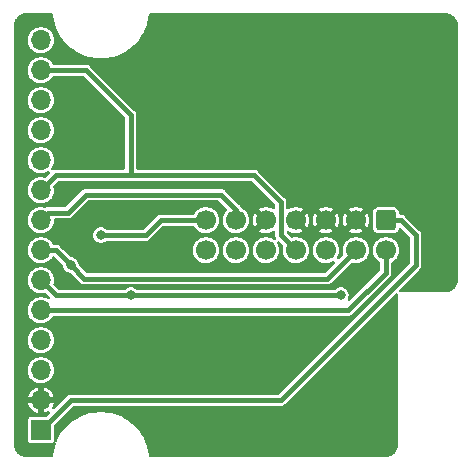
<source format=gtl>
G04 #@! TF.GenerationSoftware,KiCad,Pcbnew,(6.0.9)*
G04 #@! TF.CreationDate,2022-11-19T16:43:32+01:00*
G04 #@! TF.ProjectId,Display Adapter,44697370-6c61-4792-9041-646170746572,V1.0*
G04 #@! TF.SameCoordinates,Original*
G04 #@! TF.FileFunction,Copper,L1,Top*
G04 #@! TF.FilePolarity,Positive*
%FSLAX46Y46*%
G04 Gerber Fmt 4.6, Leading zero omitted, Abs format (unit mm)*
G04 Created by KiCad (PCBNEW (6.0.9)) date 2022-11-19 16:43:32*
%MOMM*%
%LPD*%
G01*
G04 APERTURE LIST*
G04 Aperture macros list*
%AMRoundRect*
0 Rectangle with rounded corners*
0 $1 Rounding radius*
0 $2 $3 $4 $5 $6 $7 $8 $9 X,Y pos of 4 corners*
0 Add a 4 corners polygon primitive as box body*
4,1,4,$2,$3,$4,$5,$6,$7,$8,$9,$2,$3,0*
0 Add four circle primitives for the rounded corners*
1,1,$1+$1,$2,$3*
1,1,$1+$1,$4,$5*
1,1,$1+$1,$6,$7*
1,1,$1+$1,$8,$9*
0 Add four rect primitives between the rounded corners*
20,1,$1+$1,$2,$3,$4,$5,0*
20,1,$1+$1,$4,$5,$6,$7,0*
20,1,$1+$1,$6,$7,$8,$9,0*
20,1,$1+$1,$8,$9,$2,$3,0*%
G04 Aperture macros list end*
G04 #@! TA.AperFunction,ComponentPad*
%ADD10RoundRect,0.250000X-0.600000X0.600000X-0.600000X-0.600000X0.600000X-0.600000X0.600000X0.600000X0*%
G04 #@! TD*
G04 #@! TA.AperFunction,ComponentPad*
%ADD11C,1.700000*%
G04 #@! TD*
G04 #@! TA.AperFunction,ComponentPad*
%ADD12R,1.700000X1.700000*%
G04 #@! TD*
G04 #@! TA.AperFunction,ComponentPad*
%ADD13O,1.700000X1.700000*%
G04 #@! TD*
G04 #@! TA.AperFunction,ViaPad*
%ADD14C,0.800000*%
G04 #@! TD*
G04 #@! TA.AperFunction,Conductor*
%ADD15C,0.440000*%
G04 #@! TD*
G04 APERTURE END LIST*
D10*
X161290000Y-101600000D03*
D11*
X161290000Y-104140000D03*
X158750000Y-101600000D03*
X158750000Y-104140000D03*
X156210000Y-101600000D03*
X156210000Y-104140000D03*
X153670000Y-101600000D03*
X153670000Y-104140000D03*
X151130000Y-101600000D03*
X151130000Y-104140000D03*
X148590000Y-101600000D03*
X148590000Y-104140000D03*
X146050000Y-101600000D03*
X146050000Y-104140000D03*
D12*
X132080000Y-119380000D03*
D13*
X132080000Y-116840000D03*
X132080000Y-114300000D03*
X132080000Y-111760000D03*
X132080000Y-109220000D03*
X132080000Y-106680000D03*
X132080000Y-104140000D03*
X132080000Y-101600000D03*
X132080000Y-99060000D03*
X132080000Y-96520000D03*
X132080000Y-93980000D03*
X132080000Y-91440000D03*
X132080000Y-88900000D03*
X132080000Y-86360000D03*
D14*
X158750000Y-106680000D03*
X130810000Y-85090000D03*
X158750000Y-113030000D03*
X142240000Y-93980000D03*
X163830000Y-106680000D03*
X138430000Y-95250000D03*
X149860000Y-99060000D03*
X139700000Y-87630000D03*
X152400000Y-110490000D03*
X143510000Y-105410000D03*
X153670000Y-99060000D03*
X138430000Y-101600000D03*
X157480000Y-107950000D03*
X139700000Y-107950000D03*
X134620000Y-105410000D03*
X137160000Y-102870000D03*
D15*
X152400000Y-116840000D02*
X163830000Y-105410000D01*
X163830000Y-102870000D02*
X162560000Y-101600000D01*
X163830000Y-105410000D02*
X163830000Y-102870000D01*
X132080000Y-119380000D02*
X134620000Y-116840000D01*
X134620000Y-116840000D02*
X152400000Y-116840000D01*
X162560000Y-101600000D02*
X161290000Y-101600000D01*
X158115000Y-109220000D02*
X161290000Y-106045000D01*
X161290000Y-106045000D02*
X161290000Y-104140000D01*
X132080000Y-109220000D02*
X158115000Y-109220000D01*
X133350000Y-107950000D02*
X157480000Y-107950000D01*
X134620000Y-107950000D02*
X139700000Y-107950000D01*
X132080000Y-106680000D02*
X133350000Y-107950000D01*
X156337000Y-106553000D02*
X135763000Y-106553000D01*
X135763000Y-106553000D02*
X134620000Y-105410000D01*
X132080000Y-104140000D02*
X133350000Y-104140000D01*
X133350000Y-104140000D02*
X134620000Y-105410000D01*
X158750000Y-104140000D02*
X156337000Y-106553000D01*
X147320000Y-99441000D02*
X148590000Y-100711000D01*
X148590000Y-100711000D02*
X148590000Y-101600000D01*
X132715000Y-100965000D02*
X134366000Y-100965000D01*
X132080000Y-101600000D02*
X132715000Y-100965000D01*
X134366000Y-100965000D02*
X135890000Y-99441000D01*
X135890000Y-99441000D02*
X147320000Y-99441000D01*
X152400000Y-102870000D02*
X153670000Y-104140000D01*
X152400000Y-100066974D02*
X152400000Y-102870000D01*
X150123026Y-97790000D02*
X152400000Y-100066974D01*
X139700000Y-92710000D02*
X139700000Y-97790000D01*
X135890000Y-88900000D02*
X139700000Y-92710000D01*
X132080000Y-99060000D02*
X133350000Y-97790000D01*
X133350000Y-97790000D02*
X150123026Y-97790000D01*
X132080000Y-88900000D02*
X135890000Y-88900000D01*
X140970000Y-102870000D02*
X137160000Y-102870000D01*
X146050000Y-101600000D02*
X142240000Y-101600000D01*
X142240000Y-101600000D02*
X140970000Y-102870000D01*
G04 #@! TA.AperFunction,Conductor*
G36*
X133050995Y-84094502D02*
G01*
X133097488Y-84148158D01*
X133108731Y-84194507D01*
X133109316Y-84206793D01*
X133109742Y-84209759D01*
X133109743Y-84209765D01*
X133124454Y-84312082D01*
X133164425Y-84590084D01*
X133255719Y-84966400D01*
X133256700Y-84969236D01*
X133256702Y-84969241D01*
X133369949Y-85296446D01*
X133382370Y-85332335D01*
X133543232Y-85684574D01*
X133736848Y-86019926D01*
X133738576Y-86022352D01*
X133738582Y-86022362D01*
X133958336Y-86330964D01*
X133961464Y-86335356D01*
X134215047Y-86628007D01*
X134217219Y-86630078D01*
X134217220Y-86630079D01*
X134322297Y-86730269D01*
X134495300Y-86895227D01*
X134497652Y-86897076D01*
X134497657Y-86897081D01*
X134797327Y-87132744D01*
X134799685Y-87134598D01*
X135125446Y-87343952D01*
X135128102Y-87345321D01*
X135128105Y-87345323D01*
X135182439Y-87373334D01*
X135469631Y-87521392D01*
X135829125Y-87665311D01*
X136200671Y-87774407D01*
X136203617Y-87774975D01*
X136203622Y-87774976D01*
X136423836Y-87817419D01*
X136580905Y-87847691D01*
X136966384Y-87884500D01*
X137353616Y-87884500D01*
X137739095Y-87847691D01*
X137896164Y-87817419D01*
X138116378Y-87774976D01*
X138116383Y-87774975D01*
X138119329Y-87774407D01*
X138490875Y-87665311D01*
X138850369Y-87521392D01*
X139194555Y-87343952D01*
X139520315Y-87134598D01*
X139522673Y-87132744D01*
X139822343Y-86897081D01*
X139822348Y-86897076D01*
X139824700Y-86895227D01*
X139997704Y-86730269D01*
X140102780Y-86630079D01*
X140102781Y-86630078D01*
X140104953Y-86628007D01*
X140358536Y-86335356D01*
X140361664Y-86330964D01*
X140581418Y-86022362D01*
X140581424Y-86022352D01*
X140583152Y-86019926D01*
X140776768Y-85684574D01*
X140937630Y-85332335D01*
X140950051Y-85296446D01*
X141063298Y-84969241D01*
X141063300Y-84969236D01*
X141064281Y-84966400D01*
X141155575Y-84590084D01*
X141195546Y-84312082D01*
X141210257Y-84209765D01*
X141210258Y-84209759D01*
X141210684Y-84206793D01*
X141211269Y-84194507D01*
X141234487Y-84127416D01*
X141290293Y-84083527D01*
X141337126Y-84074500D01*
X166332524Y-84074500D01*
X166357103Y-84076921D01*
X166370000Y-84079486D01*
X166382171Y-84077065D01*
X166393812Y-84077065D01*
X166404793Y-84077544D01*
X166535364Y-84088968D01*
X166556985Y-84092780D01*
X166673057Y-84123881D01*
X166706673Y-84132889D01*
X166727312Y-84140401D01*
X166867760Y-84205893D01*
X166886781Y-84216875D01*
X167013725Y-84305762D01*
X167030549Y-84319880D01*
X167140120Y-84429451D01*
X167154238Y-84446275D01*
X167243125Y-84573219D01*
X167254107Y-84592240D01*
X167319599Y-84732688D01*
X167327111Y-84753327D01*
X167367219Y-84903011D01*
X167371032Y-84924636D01*
X167374935Y-84969241D01*
X167382456Y-85055206D01*
X167382935Y-85066188D01*
X167382935Y-85077829D01*
X167380514Y-85090000D01*
X167382935Y-85102170D01*
X167383079Y-85102894D01*
X167385500Y-85127476D01*
X167385500Y-106642524D01*
X167383079Y-106667103D01*
X167380514Y-106680000D01*
X167382935Y-106692171D01*
X167382935Y-106703812D01*
X167382456Y-106714793D01*
X167371189Y-106843579D01*
X167371033Y-106845360D01*
X167367220Y-106866985D01*
X167341214Y-106964040D01*
X167327111Y-107016673D01*
X167319599Y-107037312D01*
X167254107Y-107177760D01*
X167243125Y-107196781D01*
X167154238Y-107323725D01*
X167140120Y-107340549D01*
X167030549Y-107450120D01*
X167013725Y-107464238D01*
X166886781Y-107553125D01*
X166867760Y-107564107D01*
X166727312Y-107629599D01*
X166706673Y-107637111D01*
X166681389Y-107643886D01*
X166556985Y-107677220D01*
X166535364Y-107681032D01*
X166404794Y-107692456D01*
X166393812Y-107692935D01*
X166382171Y-107692935D01*
X166370000Y-107690514D01*
X166357103Y-107693079D01*
X166332524Y-107695500D01*
X162597476Y-107695500D01*
X162572897Y-107693079D01*
X162560000Y-107690514D01*
X162543621Y-107693772D01*
X162472908Y-107687442D01*
X162416841Y-107643886D01*
X162393223Y-107576933D01*
X162409552Y-107507840D01*
X162429948Y-107481097D01*
X164117962Y-105793083D01*
X164126659Y-105786133D01*
X164126267Y-105785673D01*
X164133103Y-105779855D01*
X164140695Y-105775065D01*
X164173760Y-105737626D01*
X164179106Y-105731939D01*
X164189613Y-105721432D01*
X164195279Y-105713872D01*
X164201655Y-105706041D01*
X164224726Y-105679918D01*
X164230668Y-105673190D01*
X164234483Y-105665063D01*
X164238047Y-105659638D01*
X164241999Y-105653061D01*
X164245103Y-105647391D01*
X164250486Y-105640209D01*
X164265880Y-105599146D01*
X164269799Y-105589845D01*
X164288432Y-105550157D01*
X164289813Y-105541287D01*
X164291706Y-105535095D01*
X164293658Y-105527656D01*
X164295046Y-105521342D01*
X164298196Y-105512940D01*
X164301445Y-105469217D01*
X164302599Y-105459168D01*
X164303751Y-105451772D01*
X164303751Y-105451770D01*
X164304500Y-105446961D01*
X164304500Y-105432794D01*
X164304846Y-105423456D01*
X164307604Y-105386343D01*
X164308269Y-105377395D01*
X164306396Y-105368619D01*
X164305785Y-105359662D01*
X164305895Y-105359655D01*
X164304500Y-105346439D01*
X164304500Y-102937254D01*
X164305736Y-102926195D01*
X164305133Y-102926146D01*
X164305853Y-102917202D01*
X164307834Y-102908445D01*
X164304742Y-102858605D01*
X164304500Y-102850803D01*
X164304500Y-102835931D01*
X164303161Y-102826582D01*
X164302132Y-102816533D01*
X164299974Y-102781748D01*
X164299974Y-102781747D01*
X164299418Y-102772788D01*
X164296371Y-102764348D01*
X164295053Y-102757984D01*
X164293195Y-102750536D01*
X164291383Y-102744339D01*
X164290111Y-102735454D01*
X164286398Y-102727288D01*
X164286397Y-102727284D01*
X164271960Y-102695533D01*
X164268146Y-102686163D01*
X164256315Y-102653390D01*
X164256314Y-102653388D01*
X164253266Y-102644945D01*
X164247970Y-102637696D01*
X164244927Y-102631973D01*
X164241058Y-102625352D01*
X164237570Y-102619899D01*
X164233854Y-102611725D01*
X164205240Y-102578517D01*
X164198951Y-102570596D01*
X164194531Y-102564545D01*
X164194521Y-102564533D01*
X164191657Y-102560613D01*
X164181641Y-102550597D01*
X164175283Y-102543750D01*
X164150990Y-102515556D01*
X164150988Y-102515554D01*
X164145132Y-102508758D01*
X164137603Y-102503878D01*
X164130834Y-102497973D01*
X164130906Y-102497890D01*
X164120576Y-102489532D01*
X162943083Y-101312038D01*
X162936134Y-101303340D01*
X162935673Y-101303732D01*
X162929854Y-101296895D01*
X162925065Y-101289305D01*
X162887626Y-101256240D01*
X162881939Y-101250894D01*
X162871432Y-101240387D01*
X162863872Y-101234721D01*
X162856041Y-101228345D01*
X162829918Y-101205274D01*
X162823190Y-101199332D01*
X162815063Y-101195517D01*
X162809638Y-101191953D01*
X162803061Y-101188001D01*
X162797391Y-101184897D01*
X162790209Y-101179514D01*
X162749146Y-101164120D01*
X162739845Y-101160201D01*
X162700157Y-101141568D01*
X162691287Y-101140187D01*
X162685095Y-101138294D01*
X162677656Y-101136342D01*
X162671342Y-101134954D01*
X162662940Y-101131804D01*
X162653994Y-101131139D01*
X162653993Y-101131139D01*
X162619218Y-101128555D01*
X162609173Y-101127402D01*
X162604889Y-101126735D01*
X162601772Y-101126249D01*
X162601770Y-101126249D01*
X162596961Y-101125500D01*
X162582794Y-101125500D01*
X162573456Y-101125154D01*
X162536345Y-101122396D01*
X162536344Y-101122396D01*
X162527395Y-101121731D01*
X162525576Y-101122119D01*
X162459749Y-101107571D01*
X162409713Y-101057203D01*
X162394500Y-100997184D01*
X162394500Y-100952244D01*
X162387798Y-100890552D01*
X162337071Y-100755236D01*
X162331691Y-100748057D01*
X162331689Y-100748054D01*
X162255785Y-100646776D01*
X162250404Y-100639596D01*
X162216565Y-100614235D01*
X162141946Y-100558311D01*
X162141943Y-100558309D01*
X162134764Y-100552929D01*
X162016523Y-100508603D01*
X162006843Y-100504974D01*
X162006841Y-100504974D01*
X161999448Y-100502202D01*
X161991598Y-100501349D01*
X161991597Y-100501349D01*
X161941153Y-100495869D01*
X161941152Y-100495869D01*
X161937756Y-100495500D01*
X160642244Y-100495500D01*
X160638848Y-100495869D01*
X160638847Y-100495869D01*
X160588403Y-100501349D01*
X160588402Y-100501349D01*
X160580552Y-100502202D01*
X160573159Y-100504974D01*
X160573157Y-100504974D01*
X160563477Y-100508603D01*
X160445236Y-100552929D01*
X160438057Y-100558309D01*
X160438054Y-100558311D01*
X160363435Y-100614235D01*
X160329596Y-100639596D01*
X160324215Y-100646776D01*
X160248311Y-100748054D01*
X160248309Y-100748057D01*
X160242929Y-100755236D01*
X160192202Y-100890552D01*
X160185500Y-100952244D01*
X160185500Y-102247756D01*
X160192202Y-102309448D01*
X160194974Y-102316841D01*
X160194974Y-102316843D01*
X160198053Y-102325055D01*
X160242929Y-102444764D01*
X160248309Y-102451943D01*
X160248311Y-102451946D01*
X160292160Y-102510453D01*
X160329596Y-102560404D01*
X160336776Y-102565785D01*
X160438054Y-102641689D01*
X160438057Y-102641691D01*
X160445236Y-102647071D01*
X160523040Y-102676238D01*
X160573157Y-102695026D01*
X160573159Y-102695026D01*
X160580552Y-102697798D01*
X160588402Y-102698651D01*
X160588403Y-102698651D01*
X160638847Y-102704131D01*
X160642244Y-102704500D01*
X161937756Y-102704500D01*
X161941153Y-102704131D01*
X161991597Y-102698651D01*
X161991598Y-102698651D01*
X161999448Y-102697798D01*
X162006841Y-102695026D01*
X162006843Y-102695026D01*
X162056960Y-102676238D01*
X162134764Y-102647071D01*
X162141943Y-102641691D01*
X162141946Y-102641689D01*
X162243224Y-102565785D01*
X162250404Y-102560404D01*
X162287840Y-102510453D01*
X162331689Y-102451946D01*
X162331691Y-102451943D01*
X162337071Y-102444764D01*
X162376526Y-102339516D01*
X162419167Y-102282751D01*
X162485728Y-102258050D01*
X162555077Y-102273257D01*
X162583603Y-102294648D01*
X163318595Y-103029639D01*
X163352620Y-103091952D01*
X163355500Y-103118735D01*
X163355500Y-105161265D01*
X163335498Y-105229386D01*
X163318595Y-105250360D01*
X152240360Y-116328595D01*
X152178048Y-116362621D01*
X152151265Y-116365500D01*
X134687254Y-116365500D01*
X134676195Y-116364264D01*
X134676146Y-116364867D01*
X134667202Y-116364147D01*
X134658445Y-116362166D01*
X134608605Y-116365258D01*
X134600803Y-116365500D01*
X134585931Y-116365500D01*
X134576582Y-116366839D01*
X134566533Y-116367868D01*
X134531748Y-116370026D01*
X134531747Y-116370026D01*
X134522788Y-116370582D01*
X134514348Y-116373629D01*
X134507984Y-116374947D01*
X134500536Y-116376805D01*
X134494339Y-116378617D01*
X134485454Y-116379889D01*
X134477288Y-116383602D01*
X134477284Y-116383603D01*
X134445533Y-116398040D01*
X134436163Y-116401854D01*
X134403390Y-116413685D01*
X134403388Y-116413686D01*
X134394945Y-116416734D01*
X134387696Y-116422030D01*
X134381973Y-116425073D01*
X134375352Y-116428942D01*
X134369899Y-116432430D01*
X134361725Y-116436146D01*
X134354921Y-116442008D01*
X134354922Y-116442008D01*
X134328517Y-116464760D01*
X134320596Y-116471049D01*
X134314545Y-116475469D01*
X134314533Y-116475479D01*
X134310613Y-116478343D01*
X134300597Y-116488359D01*
X134293750Y-116494717D01*
X134265556Y-116519010D01*
X134265554Y-116519012D01*
X134258758Y-116524868D01*
X134253878Y-116532397D01*
X134247973Y-116539166D01*
X134247890Y-116539094D01*
X134239532Y-116549424D01*
X133221352Y-117567603D01*
X133159040Y-117601629D01*
X133088224Y-117596564D01*
X133031389Y-117554017D01*
X133006578Y-117487497D01*
X133022323Y-117416942D01*
X133090053Y-117296002D01*
X133094730Y-117285497D01*
X133155443Y-117106644D01*
X133154210Y-117097993D01*
X133140642Y-117094000D01*
X132352115Y-117094000D01*
X132336876Y-117098475D01*
X132335671Y-117099865D01*
X132334000Y-117107548D01*
X132334000Y-117900681D01*
X132337966Y-117914187D01*
X132346672Y-117915433D01*
X132525497Y-117854730D01*
X132535994Y-117850056D01*
X132656942Y-117782323D01*
X132726151Y-117766490D01*
X132792933Y-117790587D01*
X132836086Y-117846964D01*
X132841908Y-117917722D01*
X132807605Y-117981350D01*
X132550358Y-118238597D01*
X132488048Y-118272621D01*
X132461265Y-118275500D01*
X131343656Y-118275501D01*
X131204934Y-118275501D01*
X131169182Y-118282612D01*
X131142874Y-118287844D01*
X131142872Y-118287845D01*
X131130699Y-118290266D01*
X131120379Y-118297161D01*
X131120378Y-118297162D01*
X131059985Y-118337516D01*
X131046516Y-118346516D01*
X130990266Y-118430699D01*
X130975500Y-118504933D01*
X130975501Y-120255066D01*
X130982612Y-120290818D01*
X130987601Y-120315900D01*
X130990266Y-120329301D01*
X130997161Y-120339621D01*
X130997162Y-120339622D01*
X131017164Y-120369556D01*
X131046516Y-120413484D01*
X131130699Y-120469734D01*
X131204933Y-120484500D01*
X132079858Y-120484500D01*
X132955066Y-120484499D01*
X132990818Y-120477388D01*
X133017126Y-120472156D01*
X133017128Y-120472155D01*
X133029301Y-120469734D01*
X133039621Y-120462839D01*
X133039622Y-120462838D01*
X133103168Y-120420377D01*
X133113484Y-120413484D01*
X133120378Y-120403167D01*
X133122918Y-120399366D01*
X133177397Y-120353840D01*
X133222967Y-120348118D01*
X133195050Y-120315900D01*
X133184912Y-120255067D01*
X133184500Y-120255067D01*
X133184500Y-120252592D01*
X133184499Y-118998735D01*
X133204501Y-118930614D01*
X133221404Y-118909640D01*
X134779639Y-117351405D01*
X134841951Y-117317379D01*
X134868734Y-117314500D01*
X152332746Y-117314500D01*
X152343805Y-117315736D01*
X152343854Y-117315133D01*
X152352798Y-117315853D01*
X152361555Y-117317834D01*
X152411395Y-117314742D01*
X152419197Y-117314500D01*
X152434069Y-117314500D01*
X152443418Y-117313161D01*
X152453467Y-117312132D01*
X152488252Y-117309974D01*
X152488253Y-117309974D01*
X152497212Y-117309418D01*
X152505652Y-117306371D01*
X152512016Y-117305053D01*
X152519457Y-117303197D01*
X152525659Y-117301383D01*
X152534546Y-117300111D01*
X152542717Y-117296396D01*
X152542720Y-117296395D01*
X152574471Y-117281959D01*
X152583835Y-117278147D01*
X152616615Y-117266313D01*
X152616617Y-117266312D01*
X152625054Y-117263266D01*
X152632298Y-117257975D01*
X152638003Y-117254941D01*
X152644678Y-117251040D01*
X152650107Y-117247568D01*
X152658275Y-117243854D01*
X152665071Y-117237998D01*
X152665076Y-117237995D01*
X152691491Y-117215235D01*
X152699406Y-117208950D01*
X152705451Y-117204534D01*
X152705455Y-117204531D01*
X152709387Y-117201658D01*
X152719410Y-117191635D01*
X152726257Y-117185277D01*
X152754440Y-117160993D01*
X152761242Y-117155132D01*
X152766126Y-117147597D01*
X152772025Y-117140835D01*
X152772109Y-117140908D01*
X152780466Y-117130579D01*
X162091097Y-107819948D01*
X162153409Y-107785922D01*
X162224224Y-107790987D01*
X162281060Y-107833534D01*
X162305871Y-107900054D01*
X162303772Y-107933620D01*
X162300514Y-107950000D01*
X162302935Y-107962170D01*
X162303079Y-107962894D01*
X162305500Y-107987476D01*
X162305500Y-120612524D01*
X162303079Y-120637103D01*
X162300514Y-120650000D01*
X162302935Y-120662171D01*
X162302935Y-120673812D01*
X162302456Y-120684793D01*
X162294687Y-120773600D01*
X162291033Y-120815360D01*
X162287219Y-120836989D01*
X162247111Y-120986673D01*
X162239599Y-121007312D01*
X162174107Y-121147760D01*
X162163125Y-121166781D01*
X162074238Y-121293725D01*
X162060120Y-121310549D01*
X161950549Y-121420120D01*
X161933725Y-121434238D01*
X161806781Y-121523125D01*
X161787760Y-121534107D01*
X161647312Y-121599599D01*
X161626672Y-121607111D01*
X161476985Y-121647220D01*
X161455364Y-121651032D01*
X161324794Y-121662456D01*
X161313812Y-121662935D01*
X161302171Y-121662935D01*
X161290000Y-121660514D01*
X161277103Y-121663079D01*
X161252524Y-121665500D01*
X141337126Y-121665500D01*
X141269005Y-121645498D01*
X141222512Y-121591842D01*
X141211269Y-121545492D01*
X141210827Y-121536206D01*
X141210827Y-121536203D01*
X141210684Y-121533207D01*
X141209235Y-121523125D01*
X141156004Y-121152902D01*
X141155575Y-121149916D01*
X141064281Y-120773600D01*
X140964223Y-120484499D01*
X140938609Y-120410493D01*
X140938607Y-120410489D01*
X140937630Y-120407665D01*
X140776768Y-120055426D01*
X140583152Y-119720074D01*
X140581424Y-119717648D01*
X140581418Y-119717638D01*
X140360274Y-119407084D01*
X140360269Y-119407077D01*
X140358536Y-119404644D01*
X140104953Y-119111993D01*
X139824700Y-118844773D01*
X139822348Y-118842924D01*
X139822343Y-118842919D01*
X139522673Y-118607256D01*
X139522668Y-118607253D01*
X139520315Y-118605402D01*
X139194555Y-118396048D01*
X138850369Y-118218608D01*
X138490875Y-118074689D01*
X138119329Y-117965593D01*
X138116383Y-117965025D01*
X138116378Y-117965024D01*
X137852609Y-117914187D01*
X137739095Y-117892309D01*
X137353616Y-117855500D01*
X136966384Y-117855500D01*
X136580905Y-117892309D01*
X136467391Y-117914187D01*
X136203622Y-117965024D01*
X136203617Y-117965025D01*
X136200671Y-117965593D01*
X135829125Y-118074689D01*
X135469631Y-118218608D01*
X135356931Y-118276709D01*
X135128123Y-118394668D01*
X135125446Y-118396048D01*
X134799685Y-118605402D01*
X134797332Y-118607253D01*
X134797327Y-118607256D01*
X134497657Y-118842919D01*
X134497652Y-118842924D01*
X134495300Y-118844773D01*
X134215047Y-119111993D01*
X133961464Y-119404644D01*
X133959731Y-119407077D01*
X133959726Y-119407084D01*
X133738582Y-119717638D01*
X133738576Y-119717648D01*
X133736848Y-119720074D01*
X133543232Y-120055426D01*
X133453190Y-120252592D01*
X133424278Y-120315900D01*
X133377785Y-120369556D01*
X133318821Y-120386869D01*
X133349193Y-120436040D01*
X133346751Y-120510579D01*
X133255719Y-120773600D01*
X133164425Y-121149916D01*
X133163996Y-121152902D01*
X133110766Y-121523125D01*
X133109316Y-121533207D01*
X133109173Y-121536203D01*
X133109173Y-121536206D01*
X133108731Y-121545492D01*
X133085513Y-121612584D01*
X133029707Y-121656473D01*
X132982874Y-121665500D01*
X130847476Y-121665500D01*
X130822897Y-121663079D01*
X130810000Y-121660514D01*
X130797829Y-121662935D01*
X130786188Y-121662935D01*
X130775206Y-121662456D01*
X130644636Y-121651032D01*
X130623015Y-121647220D01*
X130473328Y-121607111D01*
X130452688Y-121599599D01*
X130312240Y-121534107D01*
X130293219Y-121523125D01*
X130166275Y-121434238D01*
X130149451Y-121420120D01*
X130039880Y-121310549D01*
X130025762Y-121293725D01*
X129936875Y-121166781D01*
X129925893Y-121147760D01*
X129860401Y-121007312D01*
X129852889Y-120986673D01*
X129812781Y-120836989D01*
X129808967Y-120815360D01*
X129805314Y-120773600D01*
X129797544Y-120684793D01*
X129797065Y-120673812D01*
X129797065Y-120662171D01*
X129799486Y-120650000D01*
X129796921Y-120637103D01*
X129794500Y-120612524D01*
X129794500Y-117106962D01*
X131008671Y-117106962D01*
X131033443Y-117204502D01*
X131037284Y-117215348D01*
X131117394Y-117389120D01*
X131123145Y-117399081D01*
X131233579Y-117555343D01*
X131241057Y-117564098D01*
X131378114Y-117697612D01*
X131387058Y-117704855D01*
X131546156Y-117811161D01*
X131556266Y-117816651D01*
X131732077Y-117892185D01*
X131743020Y-117895740D01*
X131808332Y-117910519D01*
X131822405Y-117909630D01*
X131826000Y-117900232D01*
X131826000Y-117112115D01*
X131821525Y-117096876D01*
X131820135Y-117095671D01*
X131812452Y-117094000D01*
X131023494Y-117094000D01*
X131009963Y-117097973D01*
X131008671Y-117106962D01*
X129794500Y-117106962D01*
X129794500Y-116582799D01*
X131007943Y-116582799D01*
X131014675Y-116586000D01*
X131807885Y-116586000D01*
X131823124Y-116581525D01*
X131824329Y-116580135D01*
X131826000Y-116572452D01*
X131826000Y-116567885D01*
X132334000Y-116567885D01*
X132338475Y-116583124D01*
X132339865Y-116584329D01*
X132347548Y-116586000D01*
X133137398Y-116586000D01*
X133150929Y-116582027D01*
X133152098Y-116573892D01*
X133116658Y-116448231D01*
X133112533Y-116437484D01*
X133027903Y-116265871D01*
X133021893Y-116256063D01*
X132907400Y-116102739D01*
X132899710Y-116094199D01*
X132759192Y-115964304D01*
X132750067Y-115957303D01*
X132588236Y-115855195D01*
X132577989Y-115849974D01*
X132400260Y-115779068D01*
X132389232Y-115775801D01*
X132351769Y-115768350D01*
X132338894Y-115769502D01*
X132334000Y-115784658D01*
X132334000Y-116567885D01*
X131826000Y-116567885D01*
X131826000Y-115781500D01*
X131822194Y-115768538D01*
X131807279Y-115766602D01*
X131798732Y-115768071D01*
X131787620Y-115771048D01*
X131608095Y-115837279D01*
X131597717Y-115842229D01*
X131433273Y-115940063D01*
X131423961Y-115946829D01*
X131280097Y-116072994D01*
X131272180Y-116081337D01*
X131153718Y-116231605D01*
X131147450Y-116241256D01*
X131058358Y-116410592D01*
X131053953Y-116421227D01*
X131008162Y-116568698D01*
X131007943Y-116582799D01*
X129794500Y-116582799D01*
X129794500Y-114270964D01*
X130971148Y-114270964D01*
X130984424Y-114473522D01*
X130985845Y-114479118D01*
X130985846Y-114479123D01*
X131006119Y-114558945D01*
X131034392Y-114670269D01*
X131036809Y-114675512D01*
X131074010Y-114756208D01*
X131119377Y-114854616D01*
X131236533Y-115020389D01*
X131381938Y-115162035D01*
X131550720Y-115274812D01*
X131556023Y-115277090D01*
X131556026Y-115277092D01*
X131644707Y-115315192D01*
X131737228Y-115354942D01*
X131810244Y-115371464D01*
X131929579Y-115398467D01*
X131929584Y-115398468D01*
X131935216Y-115399742D01*
X131940987Y-115399969D01*
X131940989Y-115399969D01*
X132000756Y-115402317D01*
X132138053Y-115407712D01*
X132238499Y-115393148D01*
X132333231Y-115379413D01*
X132333236Y-115379412D01*
X132338945Y-115378584D01*
X132344409Y-115376729D01*
X132344414Y-115376728D01*
X132525693Y-115315192D01*
X132525698Y-115315190D01*
X132531165Y-115313334D01*
X132708276Y-115214147D01*
X132770934Y-115162035D01*
X132859913Y-115088031D01*
X132864345Y-115084345D01*
X132994147Y-114928276D01*
X133093334Y-114751165D01*
X133095190Y-114745698D01*
X133095192Y-114745693D01*
X133156728Y-114564414D01*
X133156729Y-114564409D01*
X133158584Y-114558945D01*
X133159412Y-114553236D01*
X133159413Y-114553231D01*
X133187179Y-114361727D01*
X133187712Y-114358053D01*
X133189232Y-114300000D01*
X133170658Y-114097859D01*
X133169090Y-114092299D01*
X133117125Y-113908046D01*
X133117124Y-113908044D01*
X133115557Y-113902487D01*
X133104978Y-113881033D01*
X133028331Y-113725609D01*
X133025776Y-113720428D01*
X132904320Y-113557779D01*
X132755258Y-113419987D01*
X132750375Y-113416906D01*
X132750371Y-113416903D01*
X132588464Y-113314748D01*
X132583581Y-113311667D01*
X132395039Y-113236446D01*
X132389379Y-113235320D01*
X132389375Y-113235319D01*
X132201613Y-113197971D01*
X132201610Y-113197971D01*
X132195946Y-113196844D01*
X132190171Y-113196768D01*
X132190167Y-113196768D01*
X132088793Y-113195441D01*
X131992971Y-113194187D01*
X131987274Y-113195166D01*
X131987273Y-113195166D01*
X131798607Y-113227585D01*
X131792910Y-113228564D01*
X131602463Y-113298824D01*
X131428010Y-113402612D01*
X131423670Y-113406418D01*
X131423666Y-113406421D01*
X131403723Y-113423911D01*
X131275392Y-113536455D01*
X131149720Y-113695869D01*
X131147031Y-113700980D01*
X131147029Y-113700983D01*
X131134073Y-113725609D01*
X131055203Y-113875515D01*
X130995007Y-114069378D01*
X130971148Y-114270964D01*
X129794500Y-114270964D01*
X129794500Y-111730964D01*
X130971148Y-111730964D01*
X130984424Y-111933522D01*
X130985845Y-111939118D01*
X130985846Y-111939123D01*
X131006119Y-112018945D01*
X131034392Y-112130269D01*
X131036809Y-112135512D01*
X131074010Y-112216208D01*
X131119377Y-112314616D01*
X131236533Y-112480389D01*
X131381938Y-112622035D01*
X131550720Y-112734812D01*
X131556023Y-112737090D01*
X131556026Y-112737092D01*
X131644707Y-112775192D01*
X131737228Y-112814942D01*
X131810244Y-112831464D01*
X131929579Y-112858467D01*
X131929584Y-112858468D01*
X131935216Y-112859742D01*
X131940987Y-112859969D01*
X131940989Y-112859969D01*
X132000756Y-112862317D01*
X132138053Y-112867712D01*
X132238499Y-112853148D01*
X132333231Y-112839413D01*
X132333236Y-112839412D01*
X132338945Y-112838584D01*
X132344409Y-112836729D01*
X132344414Y-112836728D01*
X132525693Y-112775192D01*
X132525698Y-112775190D01*
X132531165Y-112773334D01*
X132708276Y-112674147D01*
X132770934Y-112622035D01*
X132859913Y-112548031D01*
X132864345Y-112544345D01*
X132994147Y-112388276D01*
X133093334Y-112211165D01*
X133095190Y-112205698D01*
X133095192Y-112205693D01*
X133156728Y-112024414D01*
X133156729Y-112024409D01*
X133158584Y-112018945D01*
X133159412Y-112013236D01*
X133159413Y-112013231D01*
X133187179Y-111821727D01*
X133187712Y-111818053D01*
X133189232Y-111760000D01*
X133170658Y-111557859D01*
X133169090Y-111552299D01*
X133117125Y-111368046D01*
X133117124Y-111368044D01*
X133115557Y-111362487D01*
X133104978Y-111341033D01*
X133028331Y-111185609D01*
X133025776Y-111180428D01*
X132904320Y-111017779D01*
X132755258Y-110879987D01*
X132750375Y-110876906D01*
X132750371Y-110876903D01*
X132588464Y-110774748D01*
X132583581Y-110771667D01*
X132395039Y-110696446D01*
X132389379Y-110695320D01*
X132389375Y-110695319D01*
X132201613Y-110657971D01*
X132201610Y-110657971D01*
X132195946Y-110656844D01*
X132190171Y-110656768D01*
X132190167Y-110656768D01*
X132088793Y-110655441D01*
X131992971Y-110654187D01*
X131987274Y-110655166D01*
X131987273Y-110655166D01*
X131798607Y-110687585D01*
X131792910Y-110688564D01*
X131602463Y-110758824D01*
X131428010Y-110862612D01*
X131423670Y-110866418D01*
X131423666Y-110866421D01*
X131403723Y-110883911D01*
X131275392Y-110996455D01*
X131149720Y-111155869D01*
X131147031Y-111160980D01*
X131147029Y-111160983D01*
X131134073Y-111185609D01*
X131055203Y-111335515D01*
X130995007Y-111529378D01*
X130971148Y-111730964D01*
X129794500Y-111730964D01*
X129794500Y-109190964D01*
X130971148Y-109190964D01*
X130984424Y-109393522D01*
X130985845Y-109399118D01*
X130985846Y-109399123D01*
X131031329Y-109578210D01*
X131034392Y-109590269D01*
X131036809Y-109595512D01*
X131116959Y-109769371D01*
X131119377Y-109774616D01*
X131236533Y-109940389D01*
X131381938Y-110082035D01*
X131550720Y-110194812D01*
X131556023Y-110197090D01*
X131556026Y-110197092D01*
X131644707Y-110235192D01*
X131737228Y-110274942D01*
X131810244Y-110291464D01*
X131929579Y-110318467D01*
X131929584Y-110318468D01*
X131935216Y-110319742D01*
X131940987Y-110319969D01*
X131940989Y-110319969D01*
X132000756Y-110322317D01*
X132138053Y-110327712D01*
X132238499Y-110313148D01*
X132333231Y-110299413D01*
X132333236Y-110299412D01*
X132338945Y-110298584D01*
X132344409Y-110296729D01*
X132344414Y-110296728D01*
X132525693Y-110235192D01*
X132525698Y-110235190D01*
X132531165Y-110233334D01*
X132708276Y-110134147D01*
X132770934Y-110082035D01*
X132859913Y-110008031D01*
X132864345Y-110004345D01*
X132994147Y-109848276D01*
X133044181Y-109758934D01*
X133094918Y-109709272D01*
X133154115Y-109694500D01*
X158047746Y-109694500D01*
X158058805Y-109695736D01*
X158058854Y-109695133D01*
X158067798Y-109695853D01*
X158076555Y-109697834D01*
X158126395Y-109694742D01*
X158134197Y-109694500D01*
X158149069Y-109694500D01*
X158158418Y-109693161D01*
X158168467Y-109692132D01*
X158203252Y-109689974D01*
X158203253Y-109689974D01*
X158212212Y-109689418D01*
X158220652Y-109686371D01*
X158227016Y-109685053D01*
X158234457Y-109683197D01*
X158240659Y-109681383D01*
X158249546Y-109680111D01*
X158257717Y-109676396D01*
X158257720Y-109676395D01*
X158289471Y-109661959D01*
X158298835Y-109658147D01*
X158331615Y-109646313D01*
X158331617Y-109646312D01*
X158340054Y-109643266D01*
X158347298Y-109637975D01*
X158353003Y-109634941D01*
X158359678Y-109631040D01*
X158365107Y-109627568D01*
X158373275Y-109623854D01*
X158380071Y-109617998D01*
X158380076Y-109617995D01*
X158406491Y-109595235D01*
X158414406Y-109588950D01*
X158420451Y-109584534D01*
X158420455Y-109584531D01*
X158424387Y-109581658D01*
X158434410Y-109571635D01*
X158441257Y-109565277D01*
X158469440Y-109540993D01*
X158476242Y-109535132D01*
X158481126Y-109527597D01*
X158487025Y-109520835D01*
X158487109Y-109520908D01*
X158495466Y-109510579D01*
X161577962Y-106428083D01*
X161586659Y-106421133D01*
X161586267Y-106420673D01*
X161593103Y-106414855D01*
X161600695Y-106410065D01*
X161633760Y-106372626D01*
X161639106Y-106366939D01*
X161649613Y-106356432D01*
X161655279Y-106348872D01*
X161661655Y-106341041D01*
X161684726Y-106314918D01*
X161690668Y-106308190D01*
X161694483Y-106300063D01*
X161698047Y-106294638D01*
X161701999Y-106288061D01*
X161705103Y-106282391D01*
X161710486Y-106275209D01*
X161725880Y-106234146D01*
X161729799Y-106224845D01*
X161748432Y-106185157D01*
X161749813Y-106176287D01*
X161751706Y-106170095D01*
X161753658Y-106162656D01*
X161755046Y-106156342D01*
X161758196Y-106147940D01*
X161761445Y-106104217D01*
X161762599Y-106094168D01*
X161763751Y-106086772D01*
X161763751Y-106086770D01*
X161764500Y-106081961D01*
X161764500Y-106067794D01*
X161764846Y-106058456D01*
X161767604Y-106021343D01*
X161768269Y-106012395D01*
X161766396Y-106003619D01*
X161765785Y-105994662D01*
X161765895Y-105994655D01*
X161764500Y-105981439D01*
X161764500Y-105214115D01*
X161784502Y-105145994D01*
X161828934Y-105104181D01*
X161865643Y-105083623D01*
X161918276Y-105054147D01*
X161980934Y-105002035D01*
X162069913Y-104928031D01*
X162074345Y-104924345D01*
X162120699Y-104868611D01*
X162200453Y-104772718D01*
X162200455Y-104772715D01*
X162204147Y-104768276D01*
X162303334Y-104591165D01*
X162305190Y-104585698D01*
X162305192Y-104585693D01*
X162366728Y-104404414D01*
X162366729Y-104404409D01*
X162368584Y-104398945D01*
X162369412Y-104393236D01*
X162369413Y-104393231D01*
X162397179Y-104201727D01*
X162397712Y-104198053D01*
X162399232Y-104140000D01*
X162380658Y-103937859D01*
X162379090Y-103932299D01*
X162327125Y-103748046D01*
X162327124Y-103748044D01*
X162325557Y-103742487D01*
X162320363Y-103731953D01*
X162238331Y-103565609D01*
X162235776Y-103560428D01*
X162114320Y-103397779D01*
X161965258Y-103259987D01*
X161960375Y-103256906D01*
X161960371Y-103256903D01*
X161798464Y-103154748D01*
X161793581Y-103151667D01*
X161605039Y-103076446D01*
X161599379Y-103075320D01*
X161599375Y-103075319D01*
X161411613Y-103037971D01*
X161411610Y-103037971D01*
X161405946Y-103036844D01*
X161400171Y-103036768D01*
X161400167Y-103036768D01*
X161298793Y-103035441D01*
X161202971Y-103034187D01*
X161197274Y-103035166D01*
X161197273Y-103035166D01*
X161008607Y-103067585D01*
X161002910Y-103068564D01*
X160812463Y-103138824D01*
X160638010Y-103242612D01*
X160633670Y-103246418D01*
X160633666Y-103246421D01*
X160521108Y-103345133D01*
X160485392Y-103376455D01*
X160359720Y-103535869D01*
X160357031Y-103540980D01*
X160357029Y-103540983D01*
X160328490Y-103595227D01*
X160265203Y-103715515D01*
X160205007Y-103909378D01*
X160181148Y-104110964D01*
X160194424Y-104313522D01*
X160195845Y-104319118D01*
X160195846Y-104319123D01*
X160242971Y-104504674D01*
X160244392Y-104510269D01*
X160246809Y-104515512D01*
X160284007Y-104596200D01*
X160329377Y-104694616D01*
X160332710Y-104699332D01*
X160441112Y-104852718D01*
X160446533Y-104860389D01*
X160450675Y-104864424D01*
X160487534Y-104900330D01*
X160591938Y-105002035D01*
X160690346Y-105067789D01*
X160759502Y-105113998D01*
X160805030Y-105168475D01*
X160815500Y-105218763D01*
X160815500Y-105796266D01*
X160795498Y-105864387D01*
X160778595Y-105885361D01*
X158266122Y-108397833D01*
X158203810Y-108431859D01*
X158132994Y-108426794D01*
X158076159Y-108384247D01*
X158051348Y-108317727D01*
X158060120Y-108261741D01*
X158076186Y-108221776D01*
X158116842Y-108120641D01*
X158139162Y-107963807D01*
X158139307Y-107950000D01*
X158120276Y-107792733D01*
X158064280Y-107644546D01*
X158005795Y-107559449D01*
X157978855Y-107520251D01*
X157978854Y-107520249D01*
X157974553Y-107513992D01*
X157856275Y-107408611D01*
X157848889Y-107404700D01*
X157722988Y-107338039D01*
X157722989Y-107338039D01*
X157716274Y-107334484D01*
X157562633Y-107295892D01*
X157555034Y-107295852D01*
X157555033Y-107295852D01*
X157489181Y-107295507D01*
X157404221Y-107295062D01*
X157396841Y-107296834D01*
X157396839Y-107296834D01*
X157257563Y-107330271D01*
X157257560Y-107330272D01*
X157250184Y-107332043D01*
X157109414Y-107404700D01*
X157103697Y-107409687D01*
X157103690Y-107409692D01*
X157063848Y-107444449D01*
X156999366Y-107474157D01*
X156981019Y-107475500D01*
X140199339Y-107475500D01*
X140131218Y-107455498D01*
X140115520Y-107443576D01*
X140081951Y-107413667D01*
X140081945Y-107413663D01*
X140076275Y-107408611D01*
X140068889Y-107404700D01*
X139942988Y-107338039D01*
X139942989Y-107338039D01*
X139936274Y-107334484D01*
X139782633Y-107295892D01*
X139775034Y-107295852D01*
X139775033Y-107295852D01*
X139709181Y-107295507D01*
X139624221Y-107295062D01*
X139616841Y-107296834D01*
X139616839Y-107296834D01*
X139477563Y-107330271D01*
X139477560Y-107330272D01*
X139470184Y-107332043D01*
X139329414Y-107404700D01*
X139323697Y-107409687D01*
X139323690Y-107409692D01*
X139283848Y-107444449D01*
X139219366Y-107474157D01*
X139201019Y-107475500D01*
X133598734Y-107475500D01*
X133530613Y-107455498D01*
X133509639Y-107438595D01*
X133176329Y-107105285D01*
X133142303Y-107042973D01*
X133146111Y-106975688D01*
X133156729Y-106944410D01*
X133156729Y-106944409D01*
X133158584Y-106938945D01*
X133159412Y-106933236D01*
X133159413Y-106933231D01*
X133187179Y-106741727D01*
X133187712Y-106738053D01*
X133189232Y-106680000D01*
X133170658Y-106477859D01*
X133169090Y-106472299D01*
X133117125Y-106288046D01*
X133117124Y-106288044D01*
X133115557Y-106282487D01*
X133104978Y-106261033D01*
X133028331Y-106105609D01*
X133025776Y-106100428D01*
X133021102Y-106094168D01*
X132965258Y-106019385D01*
X132904320Y-105937779D01*
X132755258Y-105799987D01*
X132750375Y-105796906D01*
X132750371Y-105796903D01*
X132588464Y-105694748D01*
X132583581Y-105691667D01*
X132395039Y-105616446D01*
X132389379Y-105615320D01*
X132389375Y-105615319D01*
X132201613Y-105577971D01*
X132201610Y-105577971D01*
X132195946Y-105576844D01*
X132190171Y-105576768D01*
X132190167Y-105576768D01*
X132088793Y-105575441D01*
X131992971Y-105574187D01*
X131987274Y-105575166D01*
X131987273Y-105575166D01*
X131798607Y-105607585D01*
X131792910Y-105608564D01*
X131602463Y-105678824D01*
X131428010Y-105782612D01*
X131423670Y-105786418D01*
X131423666Y-105786421D01*
X131334764Y-105864387D01*
X131275392Y-105916455D01*
X131149720Y-106075869D01*
X131147031Y-106080980D01*
X131147029Y-106080983D01*
X131111801Y-106147940D01*
X131055203Y-106255515D01*
X130995007Y-106449378D01*
X130971148Y-106650964D01*
X130984424Y-106853522D01*
X130985845Y-106859118D01*
X130985846Y-106859123D01*
X131031101Y-107037312D01*
X131034392Y-107050269D01*
X131036809Y-107055512D01*
X131101935Y-107196781D01*
X131119377Y-107234616D01*
X131122710Y-107239332D01*
X131194243Y-107340549D01*
X131236533Y-107400389D01*
X131381938Y-107542035D01*
X131550720Y-107654812D01*
X131556023Y-107657090D01*
X131556026Y-107657092D01*
X131639789Y-107693079D01*
X131737228Y-107734942D01*
X131786588Y-107746111D01*
X131929579Y-107778467D01*
X131929584Y-107778468D01*
X131935216Y-107779742D01*
X131940987Y-107779969D01*
X131940989Y-107779969D01*
X132000756Y-107782317D01*
X132138053Y-107787712D01*
X132238499Y-107773148D01*
X132333231Y-107759413D01*
X132333236Y-107759412D01*
X132338945Y-107758584D01*
X132375689Y-107746111D01*
X132446623Y-107743155D01*
X132505285Y-107776329D01*
X132807802Y-108078846D01*
X132841828Y-108141158D01*
X132836763Y-108211973D01*
X132794216Y-108268809D01*
X132727696Y-108293620D01*
X132658322Y-108278529D01*
X132651472Y-108274503D01*
X132588464Y-108234748D01*
X132583581Y-108231667D01*
X132395039Y-108156446D01*
X132389379Y-108155320D01*
X132389375Y-108155319D01*
X132201613Y-108117971D01*
X132201610Y-108117971D01*
X132195946Y-108116844D01*
X132190171Y-108116768D01*
X132190167Y-108116768D01*
X132088793Y-108115441D01*
X131992971Y-108114187D01*
X131987274Y-108115166D01*
X131987273Y-108115166D01*
X131798607Y-108147585D01*
X131792910Y-108148564D01*
X131602463Y-108218824D01*
X131428010Y-108322612D01*
X131423670Y-108326418D01*
X131423666Y-108326421D01*
X131311435Y-108424846D01*
X131275392Y-108456455D01*
X131149720Y-108615869D01*
X131147031Y-108620980D01*
X131147029Y-108620983D01*
X131120271Y-108671842D01*
X131055203Y-108795515D01*
X130995007Y-108989378D01*
X130971148Y-109190964D01*
X129794500Y-109190964D01*
X129794500Y-104110964D01*
X130971148Y-104110964D01*
X130984424Y-104313522D01*
X130985845Y-104319118D01*
X130985846Y-104319123D01*
X131032971Y-104504674D01*
X131034392Y-104510269D01*
X131036809Y-104515512D01*
X131074007Y-104596200D01*
X131119377Y-104694616D01*
X131122710Y-104699332D01*
X131231112Y-104852718D01*
X131236533Y-104860389D01*
X131240675Y-104864424D01*
X131277534Y-104900330D01*
X131381938Y-105002035D01*
X131550720Y-105114812D01*
X131556023Y-105117090D01*
X131556026Y-105117092D01*
X131731921Y-105192662D01*
X131737228Y-105194942D01*
X131810244Y-105211464D01*
X131929579Y-105238467D01*
X131929584Y-105238468D01*
X131935216Y-105239742D01*
X131940987Y-105239969D01*
X131940989Y-105239969D01*
X132000756Y-105242317D01*
X132138053Y-105247712D01*
X132238499Y-105233148D01*
X132333231Y-105219413D01*
X132333236Y-105219412D01*
X132338945Y-105218584D01*
X132344409Y-105216729D01*
X132344414Y-105216728D01*
X132525693Y-105155192D01*
X132525698Y-105155190D01*
X132531165Y-105153334D01*
X132708276Y-105054147D01*
X132770934Y-105002035D01*
X132859913Y-104928031D01*
X132864345Y-104924345D01*
X132910699Y-104868611D01*
X132990453Y-104772718D01*
X132990455Y-104772715D01*
X132994147Y-104768276D01*
X133025210Y-104712809D01*
X133075944Y-104663150D01*
X133145476Y-104648802D01*
X133211726Y-104674324D01*
X133224237Y-104685282D01*
X133931759Y-105392803D01*
X133965784Y-105455116D01*
X133967902Y-105468066D01*
X133971711Y-105502567D01*
X133974856Y-105531050D01*
X133978113Y-105560553D01*
X133980723Y-105567684D01*
X133980723Y-105567686D01*
X134027221Y-105694748D01*
X134032553Y-105709319D01*
X134036789Y-105715622D01*
X134036789Y-105715623D01*
X134076733Y-105775065D01*
X134120908Y-105840805D01*
X134238076Y-105947419D01*
X134377293Y-106023008D01*
X134530522Y-106063207D01*
X134545501Y-106063442D01*
X134552279Y-106063549D01*
X134620077Y-106084619D01*
X134639393Y-106100438D01*
X135379917Y-106840962D01*
X135386867Y-106849659D01*
X135387327Y-106849267D01*
X135393145Y-106856103D01*
X135397935Y-106863695D01*
X135404663Y-106869637D01*
X135435374Y-106896760D01*
X135441061Y-106902106D01*
X135451568Y-106912613D01*
X135459128Y-106918279D01*
X135466959Y-106924655D01*
X135499810Y-106953668D01*
X135507937Y-106957483D01*
X135513362Y-106961047D01*
X135519939Y-106964999D01*
X135525609Y-106968103D01*
X135532791Y-106973486D01*
X135541195Y-106976637D01*
X135541196Y-106976637D01*
X135554565Y-106981649D01*
X135573854Y-106988880D01*
X135583155Y-106992799D01*
X135622843Y-107011432D01*
X135631713Y-107012813D01*
X135637905Y-107014706D01*
X135645344Y-107016658D01*
X135651658Y-107018046D01*
X135660060Y-107021196D01*
X135669006Y-107021861D01*
X135669007Y-107021861D01*
X135703782Y-107024445D01*
X135713827Y-107025598D01*
X135718111Y-107026265D01*
X135721228Y-107026751D01*
X135721230Y-107026751D01*
X135726039Y-107027500D01*
X135740206Y-107027500D01*
X135749544Y-107027846D01*
X135795605Y-107031269D01*
X135804381Y-107029396D01*
X135813338Y-107028785D01*
X135813345Y-107028895D01*
X135826561Y-107027500D01*
X156269746Y-107027500D01*
X156280805Y-107028736D01*
X156280854Y-107028133D01*
X156289798Y-107028853D01*
X156298555Y-107030834D01*
X156348395Y-107027742D01*
X156356197Y-107027500D01*
X156371069Y-107027500D01*
X156380418Y-107026161D01*
X156390467Y-107025132D01*
X156425252Y-107022974D01*
X156425253Y-107022974D01*
X156434212Y-107022418D01*
X156442652Y-107019371D01*
X156449016Y-107018053D01*
X156456457Y-107016197D01*
X156462659Y-107014383D01*
X156471546Y-107013111D01*
X156479717Y-107009396D01*
X156479720Y-107009395D01*
X156511471Y-106994959D01*
X156520835Y-106991147D01*
X156553615Y-106979313D01*
X156553617Y-106979312D01*
X156562054Y-106976266D01*
X156569298Y-106970975D01*
X156575003Y-106967941D01*
X156581678Y-106964040D01*
X156587107Y-106960568D01*
X156595275Y-106956854D01*
X156602071Y-106950998D01*
X156602076Y-106950995D01*
X156628491Y-106928235D01*
X156636406Y-106921950D01*
X156642451Y-106917534D01*
X156642455Y-106917531D01*
X156646387Y-106914658D01*
X156656410Y-106904635D01*
X156663257Y-106898277D01*
X156691440Y-106873993D01*
X156698242Y-106868132D01*
X156703126Y-106860597D01*
X156709025Y-106853835D01*
X156709109Y-106853908D01*
X156717466Y-106843579D01*
X157519450Y-106041595D01*
X158324558Y-105236486D01*
X158386870Y-105202461D01*
X158441460Y-105202688D01*
X158470707Y-105209306D01*
X158599579Y-105238467D01*
X158599584Y-105238468D01*
X158605216Y-105239742D01*
X158610987Y-105239969D01*
X158610989Y-105239969D01*
X158670756Y-105242317D01*
X158808053Y-105247712D01*
X158908499Y-105233148D01*
X159003231Y-105219413D01*
X159003236Y-105219412D01*
X159008945Y-105218584D01*
X159014409Y-105216729D01*
X159014414Y-105216728D01*
X159195693Y-105155192D01*
X159195698Y-105155190D01*
X159201165Y-105153334D01*
X159378276Y-105054147D01*
X159440934Y-105002035D01*
X159529913Y-104928031D01*
X159534345Y-104924345D01*
X159580699Y-104868611D01*
X159660453Y-104772718D01*
X159660455Y-104772715D01*
X159664147Y-104768276D01*
X159763334Y-104591165D01*
X159765190Y-104585698D01*
X159765192Y-104585693D01*
X159826728Y-104404414D01*
X159826729Y-104404409D01*
X159828584Y-104398945D01*
X159829412Y-104393236D01*
X159829413Y-104393231D01*
X159857179Y-104201727D01*
X159857712Y-104198053D01*
X159859232Y-104140000D01*
X159840658Y-103937859D01*
X159839090Y-103932299D01*
X159787125Y-103748046D01*
X159787124Y-103748044D01*
X159785557Y-103742487D01*
X159780363Y-103731953D01*
X159698331Y-103565609D01*
X159695776Y-103560428D01*
X159574320Y-103397779D01*
X159425258Y-103259987D01*
X159420375Y-103256906D01*
X159420371Y-103256903D01*
X159258464Y-103154748D01*
X159253581Y-103151667D01*
X159065039Y-103076446D01*
X159059379Y-103075320D01*
X159059375Y-103075319D01*
X158871613Y-103037971D01*
X158871610Y-103037971D01*
X158865946Y-103036844D01*
X158860171Y-103036768D01*
X158860167Y-103036768D01*
X158758793Y-103035441D01*
X158662971Y-103034187D01*
X158657274Y-103035166D01*
X158657273Y-103035166D01*
X158468607Y-103067585D01*
X158462910Y-103068564D01*
X158272463Y-103138824D01*
X158098010Y-103242612D01*
X158093670Y-103246418D01*
X158093666Y-103246421D01*
X157981108Y-103345133D01*
X157945392Y-103376455D01*
X157819720Y-103535869D01*
X157817031Y-103540980D01*
X157817029Y-103540983D01*
X157788490Y-103595227D01*
X157725203Y-103715515D01*
X157665007Y-103909378D01*
X157641148Y-104110964D01*
X157654424Y-104313522D01*
X157655845Y-104319118D01*
X157655846Y-104319123D01*
X157687625Y-104444248D01*
X157685007Y-104515196D01*
X157654597Y-104564359D01*
X157352652Y-104866304D01*
X157290340Y-104900330D01*
X157219525Y-104895265D01*
X157162689Y-104852718D01*
X157137878Y-104786198D01*
X157153621Y-104715646D01*
X157223334Y-104591165D01*
X157225190Y-104585698D01*
X157225192Y-104585693D01*
X157286728Y-104404414D01*
X157286729Y-104404409D01*
X157288584Y-104398945D01*
X157289412Y-104393236D01*
X157289413Y-104393231D01*
X157317179Y-104201727D01*
X157317712Y-104198053D01*
X157319232Y-104140000D01*
X157300658Y-103937859D01*
X157299090Y-103932299D01*
X157247125Y-103748046D01*
X157247124Y-103748044D01*
X157245557Y-103742487D01*
X157240363Y-103731953D01*
X157158331Y-103565609D01*
X157155776Y-103560428D01*
X157034320Y-103397779D01*
X156885258Y-103259987D01*
X156880375Y-103256906D01*
X156880371Y-103256903D01*
X156718464Y-103154748D01*
X156713581Y-103151667D01*
X156525039Y-103076446D01*
X156519379Y-103075320D01*
X156519375Y-103075319D01*
X156331613Y-103037971D01*
X156331610Y-103037971D01*
X156325946Y-103036844D01*
X156320171Y-103036768D01*
X156320167Y-103036768D01*
X156218793Y-103035441D01*
X156122971Y-103034187D01*
X156117274Y-103035166D01*
X156117273Y-103035166D01*
X155928607Y-103067585D01*
X155922910Y-103068564D01*
X155732463Y-103138824D01*
X155558010Y-103242612D01*
X155553670Y-103246418D01*
X155553666Y-103246421D01*
X155441108Y-103345133D01*
X155405392Y-103376455D01*
X155279720Y-103535869D01*
X155277031Y-103540980D01*
X155277029Y-103540983D01*
X155248490Y-103595227D01*
X155185203Y-103715515D01*
X155125007Y-103909378D01*
X155101148Y-104110964D01*
X155114424Y-104313522D01*
X155115845Y-104319118D01*
X155115846Y-104319123D01*
X155162971Y-104504674D01*
X155164392Y-104510269D01*
X155166809Y-104515512D01*
X155204007Y-104596200D01*
X155249377Y-104694616D01*
X155252710Y-104699332D01*
X155361112Y-104852718D01*
X155366533Y-104860389D01*
X155370675Y-104864424D01*
X155407534Y-104900330D01*
X155511938Y-105002035D01*
X155680720Y-105114812D01*
X155686023Y-105117090D01*
X155686026Y-105117092D01*
X155861921Y-105192662D01*
X155867228Y-105194942D01*
X155940244Y-105211464D01*
X156059579Y-105238467D01*
X156059584Y-105238468D01*
X156065216Y-105239742D01*
X156070987Y-105239969D01*
X156070989Y-105239969D01*
X156130756Y-105242317D01*
X156268053Y-105247712D01*
X156368499Y-105233148D01*
X156463231Y-105219413D01*
X156463236Y-105219412D01*
X156468945Y-105218584D01*
X156474409Y-105216729D01*
X156474414Y-105216728D01*
X156655693Y-105155192D01*
X156655698Y-105155190D01*
X156661165Y-105153334D01*
X156785644Y-105083622D01*
X156854850Y-105067789D01*
X156921632Y-105091886D01*
X156964785Y-105148262D01*
X156970608Y-105219020D01*
X156936303Y-105282652D01*
X156177360Y-106041595D01*
X156115048Y-106075621D01*
X156088265Y-106078500D01*
X136011735Y-106078500D01*
X135943614Y-106058498D01*
X135922639Y-106041595D01*
X135615752Y-105734707D01*
X135308455Y-105427410D01*
X135274430Y-105365098D01*
X135272464Y-105353452D01*
X135271615Y-105346439D01*
X135260276Y-105252733D01*
X135204280Y-105104546D01*
X135179018Y-105067789D01*
X135118855Y-104980251D01*
X135118854Y-104980249D01*
X135114553Y-104973992D01*
X134996275Y-104868611D01*
X134856274Y-104794484D01*
X134702633Y-104755892D01*
X134695033Y-104755852D01*
X134695032Y-104755852D01*
X134688390Y-104755817D01*
X134620376Y-104735457D01*
X134599958Y-104718914D01*
X133992009Y-104110964D01*
X144941148Y-104110964D01*
X144954424Y-104313522D01*
X144955845Y-104319118D01*
X144955846Y-104319123D01*
X145002971Y-104504674D01*
X145004392Y-104510269D01*
X145006809Y-104515512D01*
X145044007Y-104596200D01*
X145089377Y-104694616D01*
X145092710Y-104699332D01*
X145201112Y-104852718D01*
X145206533Y-104860389D01*
X145210675Y-104864424D01*
X145247534Y-104900330D01*
X145351938Y-105002035D01*
X145520720Y-105114812D01*
X145526023Y-105117090D01*
X145526026Y-105117092D01*
X145701921Y-105192662D01*
X145707228Y-105194942D01*
X145780244Y-105211464D01*
X145899579Y-105238467D01*
X145899584Y-105238468D01*
X145905216Y-105239742D01*
X145910987Y-105239969D01*
X145910989Y-105239969D01*
X145970756Y-105242317D01*
X146108053Y-105247712D01*
X146208499Y-105233148D01*
X146303231Y-105219413D01*
X146303236Y-105219412D01*
X146308945Y-105218584D01*
X146314409Y-105216729D01*
X146314414Y-105216728D01*
X146495693Y-105155192D01*
X146495698Y-105155190D01*
X146501165Y-105153334D01*
X146678276Y-105054147D01*
X146740934Y-105002035D01*
X146829913Y-104928031D01*
X146834345Y-104924345D01*
X146880699Y-104868611D01*
X146960453Y-104772718D01*
X146960455Y-104772715D01*
X146964147Y-104768276D01*
X147063334Y-104591165D01*
X147065190Y-104585698D01*
X147065192Y-104585693D01*
X147126728Y-104404414D01*
X147126729Y-104404409D01*
X147128584Y-104398945D01*
X147129412Y-104393236D01*
X147129413Y-104393231D01*
X147157179Y-104201727D01*
X147157712Y-104198053D01*
X147159232Y-104140000D01*
X147156564Y-104110964D01*
X147481148Y-104110964D01*
X147494424Y-104313522D01*
X147495845Y-104319118D01*
X147495846Y-104319123D01*
X147542971Y-104504674D01*
X147544392Y-104510269D01*
X147546809Y-104515512D01*
X147584007Y-104596200D01*
X147629377Y-104694616D01*
X147632710Y-104699332D01*
X147741112Y-104852718D01*
X147746533Y-104860389D01*
X147750675Y-104864424D01*
X147787534Y-104900330D01*
X147891938Y-105002035D01*
X148060720Y-105114812D01*
X148066023Y-105117090D01*
X148066026Y-105117092D01*
X148241921Y-105192662D01*
X148247228Y-105194942D01*
X148320244Y-105211464D01*
X148439579Y-105238467D01*
X148439584Y-105238468D01*
X148445216Y-105239742D01*
X148450987Y-105239969D01*
X148450989Y-105239969D01*
X148510756Y-105242317D01*
X148648053Y-105247712D01*
X148748499Y-105233148D01*
X148843231Y-105219413D01*
X148843236Y-105219412D01*
X148848945Y-105218584D01*
X148854409Y-105216729D01*
X148854414Y-105216728D01*
X149035693Y-105155192D01*
X149035698Y-105155190D01*
X149041165Y-105153334D01*
X149218276Y-105054147D01*
X149280934Y-105002035D01*
X149369913Y-104928031D01*
X149374345Y-104924345D01*
X149420699Y-104868611D01*
X149500453Y-104772718D01*
X149500455Y-104772715D01*
X149504147Y-104768276D01*
X149603334Y-104591165D01*
X149605190Y-104585698D01*
X149605192Y-104585693D01*
X149666728Y-104404414D01*
X149666729Y-104404409D01*
X149668584Y-104398945D01*
X149669412Y-104393236D01*
X149669413Y-104393231D01*
X149697179Y-104201727D01*
X149697712Y-104198053D01*
X149699232Y-104140000D01*
X149680658Y-103937859D01*
X149679090Y-103932299D01*
X149627125Y-103748046D01*
X149627124Y-103748044D01*
X149625557Y-103742487D01*
X149620363Y-103731953D01*
X149538331Y-103565609D01*
X149535776Y-103560428D01*
X149414320Y-103397779D01*
X149265258Y-103259987D01*
X149260375Y-103256906D01*
X149260371Y-103256903D01*
X149098464Y-103154748D01*
X149093581Y-103151667D01*
X148905039Y-103076446D01*
X148899379Y-103075320D01*
X148899375Y-103075319D01*
X148711613Y-103037971D01*
X148711610Y-103037971D01*
X148705946Y-103036844D01*
X148700171Y-103036768D01*
X148700167Y-103036768D01*
X148598793Y-103035441D01*
X148502971Y-103034187D01*
X148497274Y-103035166D01*
X148497273Y-103035166D01*
X148308607Y-103067585D01*
X148302910Y-103068564D01*
X148112463Y-103138824D01*
X147938010Y-103242612D01*
X147933670Y-103246418D01*
X147933666Y-103246421D01*
X147821108Y-103345133D01*
X147785392Y-103376455D01*
X147659720Y-103535869D01*
X147657031Y-103540980D01*
X147657029Y-103540983D01*
X147628490Y-103595227D01*
X147565203Y-103715515D01*
X147505007Y-103909378D01*
X147481148Y-104110964D01*
X147156564Y-104110964D01*
X147140658Y-103937859D01*
X147139090Y-103932299D01*
X147087125Y-103748046D01*
X147087124Y-103748044D01*
X147085557Y-103742487D01*
X147080363Y-103731953D01*
X146998331Y-103565609D01*
X146995776Y-103560428D01*
X146874320Y-103397779D01*
X146725258Y-103259987D01*
X146720375Y-103256906D01*
X146720371Y-103256903D01*
X146558464Y-103154748D01*
X146553581Y-103151667D01*
X146365039Y-103076446D01*
X146359379Y-103075320D01*
X146359375Y-103075319D01*
X146171613Y-103037971D01*
X146171610Y-103037971D01*
X146165946Y-103036844D01*
X146160171Y-103036768D01*
X146160167Y-103036768D01*
X146058793Y-103035441D01*
X145962971Y-103034187D01*
X145957274Y-103035166D01*
X145957273Y-103035166D01*
X145768607Y-103067585D01*
X145762910Y-103068564D01*
X145572463Y-103138824D01*
X145398010Y-103242612D01*
X145393670Y-103246418D01*
X145393666Y-103246421D01*
X145281108Y-103345133D01*
X145245392Y-103376455D01*
X145119720Y-103535869D01*
X145117031Y-103540980D01*
X145117029Y-103540983D01*
X145088490Y-103595227D01*
X145025203Y-103715515D01*
X144965007Y-103909378D01*
X144941148Y-104110964D01*
X133992009Y-104110964D01*
X133733081Y-103852036D01*
X133726133Y-103843341D01*
X133725673Y-103843732D01*
X133719854Y-103836895D01*
X133715065Y-103829305D01*
X133677626Y-103796240D01*
X133671939Y-103790894D01*
X133661432Y-103780387D01*
X133653872Y-103774721D01*
X133646041Y-103768345D01*
X133619918Y-103745274D01*
X133613190Y-103739332D01*
X133605063Y-103735517D01*
X133599638Y-103731953D01*
X133593061Y-103728001D01*
X133587391Y-103724897D01*
X133580209Y-103719514D01*
X133539146Y-103704120D01*
X133529845Y-103700201D01*
X133490157Y-103681568D01*
X133481287Y-103680187D01*
X133475095Y-103678294D01*
X133467656Y-103676342D01*
X133461342Y-103674954D01*
X133452940Y-103671804D01*
X133443994Y-103671139D01*
X133443993Y-103671139D01*
X133409218Y-103668555D01*
X133399173Y-103667402D01*
X133394889Y-103666735D01*
X133391772Y-103666249D01*
X133391770Y-103666249D01*
X133386961Y-103665500D01*
X133372794Y-103665500D01*
X133363456Y-103665154D01*
X133317395Y-103661731D01*
X133308619Y-103663604D01*
X133299662Y-103664215D01*
X133299655Y-103664105D01*
X133286439Y-103665500D01*
X133155943Y-103665500D01*
X133087822Y-103645498D01*
X133042938Y-103595229D01*
X133025776Y-103560428D01*
X132904320Y-103397779D01*
X132755258Y-103259987D01*
X132750375Y-103256906D01*
X132750371Y-103256903D01*
X132588464Y-103154748D01*
X132583581Y-103151667D01*
X132395039Y-103076446D01*
X132389379Y-103075320D01*
X132389375Y-103075319D01*
X132201613Y-103037971D01*
X132201610Y-103037971D01*
X132195946Y-103036844D01*
X132190171Y-103036768D01*
X132190167Y-103036768D01*
X132088793Y-103035441D01*
X131992971Y-103034187D01*
X131987274Y-103035166D01*
X131987273Y-103035166D01*
X131798607Y-103067585D01*
X131792910Y-103068564D01*
X131602463Y-103138824D01*
X131428010Y-103242612D01*
X131423670Y-103246418D01*
X131423666Y-103246421D01*
X131311108Y-103345133D01*
X131275392Y-103376455D01*
X131149720Y-103535869D01*
X131147031Y-103540980D01*
X131147029Y-103540983D01*
X131118490Y-103595227D01*
X131055203Y-103715515D01*
X130995007Y-103909378D01*
X130971148Y-104110964D01*
X129794500Y-104110964D01*
X129794500Y-102863096D01*
X136500729Y-102863096D01*
X136508916Y-102937254D01*
X136516346Y-103004546D01*
X136518113Y-103020553D01*
X136520723Y-103027684D01*
X136520723Y-103027686D01*
X136569355Y-103160579D01*
X136572553Y-103169319D01*
X136576789Y-103175622D01*
X136576789Y-103175623D01*
X136642798Y-103273854D01*
X136660908Y-103300805D01*
X136666527Y-103305918D01*
X136666528Y-103305919D01*
X136739863Y-103372648D01*
X136778076Y-103407419D01*
X136917293Y-103483008D01*
X137070522Y-103523207D01*
X137154477Y-103524526D01*
X137221319Y-103525576D01*
X137221322Y-103525576D01*
X137228916Y-103525695D01*
X137383332Y-103490329D01*
X137500099Y-103431602D01*
X137518072Y-103422563D01*
X137518075Y-103422561D01*
X137524855Y-103419151D01*
X137576914Y-103374689D01*
X137641703Y-103345658D01*
X137658744Y-103344500D01*
X140902746Y-103344500D01*
X140913805Y-103345736D01*
X140913854Y-103345133D01*
X140922798Y-103345853D01*
X140931555Y-103347834D01*
X140981395Y-103344742D01*
X140989197Y-103344500D01*
X141004069Y-103344500D01*
X141013418Y-103343161D01*
X141023467Y-103342132D01*
X141058252Y-103339974D01*
X141058253Y-103339974D01*
X141067212Y-103339418D01*
X141075652Y-103336371D01*
X141082016Y-103335053D01*
X141089457Y-103333197D01*
X141095659Y-103331383D01*
X141104546Y-103330111D01*
X141112717Y-103326396D01*
X141112720Y-103326395D01*
X141144471Y-103311959D01*
X141153835Y-103308147D01*
X141186615Y-103296313D01*
X141186617Y-103296312D01*
X141195054Y-103293266D01*
X141202298Y-103287975D01*
X141208003Y-103284941D01*
X141214678Y-103281040D01*
X141220107Y-103277568D01*
X141228275Y-103273854D01*
X141235071Y-103267998D01*
X141235076Y-103267995D01*
X141261491Y-103245235D01*
X141269406Y-103238950D01*
X141275451Y-103234534D01*
X141275455Y-103234531D01*
X141279387Y-103231658D01*
X141289410Y-103221635D01*
X141296257Y-103215277D01*
X141324440Y-103190993D01*
X141331242Y-103185132D01*
X141336126Y-103177597D01*
X141342025Y-103170835D01*
X141342109Y-103170908D01*
X141350466Y-103160579D01*
X141869356Y-102641689D01*
X142399639Y-102111405D01*
X142461951Y-102077380D01*
X142488734Y-102074500D01*
X144971785Y-102074500D01*
X145039906Y-102094502D01*
X145083538Y-102144674D01*
X145084070Y-102144367D01*
X145085648Y-102147099D01*
X145086209Y-102147745D01*
X145086957Y-102149368D01*
X145086959Y-102149371D01*
X145089377Y-102154616D01*
X145092710Y-102159332D01*
X145198801Y-102309448D01*
X145206533Y-102320389D01*
X145351938Y-102462035D01*
X145356742Y-102465245D01*
X145434157Y-102516972D01*
X145520720Y-102574812D01*
X145526023Y-102577090D01*
X145526026Y-102577092D01*
X145700811Y-102652185D01*
X145707228Y-102654942D01*
X145780244Y-102671464D01*
X145899579Y-102698467D01*
X145899584Y-102698468D01*
X145905216Y-102699742D01*
X145910987Y-102699969D01*
X145910989Y-102699969D01*
X145970756Y-102702317D01*
X146108053Y-102707712D01*
X146208499Y-102693148D01*
X146303231Y-102679413D01*
X146303236Y-102679412D01*
X146308945Y-102678584D01*
X146314409Y-102676729D01*
X146314414Y-102676728D01*
X146495693Y-102615192D01*
X146495698Y-102615190D01*
X146501165Y-102613334D01*
X146507019Y-102610056D01*
X146608499Y-102553224D01*
X146678276Y-102514147D01*
X146707873Y-102489532D01*
X146829913Y-102388031D01*
X146834345Y-102384345D01*
X146908946Y-102294648D01*
X146960453Y-102232718D01*
X146960455Y-102232715D01*
X146964147Y-102228276D01*
X147063334Y-102051165D01*
X147065190Y-102045698D01*
X147065192Y-102045693D01*
X147126728Y-101864414D01*
X147126729Y-101864409D01*
X147128584Y-101858945D01*
X147129412Y-101853236D01*
X147129413Y-101853231D01*
X147157179Y-101661727D01*
X147157712Y-101658053D01*
X147159232Y-101600000D01*
X147144598Y-101440736D01*
X147141187Y-101403613D01*
X147141186Y-101403610D01*
X147140658Y-101397859D01*
X147138812Y-101391313D01*
X147087125Y-101208046D01*
X147087124Y-101208044D01*
X147085557Y-101202487D01*
X147080363Y-101191953D01*
X146998331Y-101025609D01*
X146995776Y-101020428D01*
X146874320Y-100857779D01*
X146725258Y-100719987D01*
X146720375Y-100716906D01*
X146720371Y-100716903D01*
X146558464Y-100614748D01*
X146553581Y-100611667D01*
X146365039Y-100536446D01*
X146359379Y-100535320D01*
X146359375Y-100535319D01*
X146171613Y-100497971D01*
X146171610Y-100497971D01*
X146165946Y-100496844D01*
X146160171Y-100496768D01*
X146160167Y-100496768D01*
X146058793Y-100495441D01*
X145962971Y-100494187D01*
X145957274Y-100495166D01*
X145957273Y-100495166D01*
X145772873Y-100526852D01*
X145762910Y-100528564D01*
X145572463Y-100598824D01*
X145398010Y-100702612D01*
X145393670Y-100706418D01*
X145393666Y-100706421D01*
X145338004Y-100755236D01*
X145245392Y-100836455D01*
X145119720Y-100995869D01*
X145086942Y-101058169D01*
X145037524Y-101109140D01*
X144975435Y-101125500D01*
X142307254Y-101125500D01*
X142296195Y-101124264D01*
X142296146Y-101124867D01*
X142287202Y-101124147D01*
X142278445Y-101122166D01*
X142230281Y-101125154D01*
X142228605Y-101125258D01*
X142220803Y-101125500D01*
X142205931Y-101125500D01*
X142196582Y-101126839D01*
X142186533Y-101127868D01*
X142151748Y-101130026D01*
X142151747Y-101130026D01*
X142142788Y-101130582D01*
X142134348Y-101133629D01*
X142127984Y-101134947D01*
X142120536Y-101136805D01*
X142114339Y-101138617D01*
X142105454Y-101139889D01*
X142097288Y-101143602D01*
X142097284Y-101143603D01*
X142065533Y-101158040D01*
X142056163Y-101161854D01*
X142023390Y-101173685D01*
X142023388Y-101173686D01*
X142014945Y-101176734D01*
X142007696Y-101182030D01*
X142001973Y-101185073D01*
X141995352Y-101188942D01*
X141989899Y-101192430D01*
X141981725Y-101196146D01*
X141967700Y-101208231D01*
X141948517Y-101224760D01*
X141940596Y-101231049D01*
X141934545Y-101235469D01*
X141934533Y-101235479D01*
X141930613Y-101238343D01*
X141920597Y-101248359D01*
X141913750Y-101254717D01*
X141885556Y-101279010D01*
X141885554Y-101279012D01*
X141878758Y-101284868D01*
X141873878Y-101292397D01*
X141867973Y-101299166D01*
X141867890Y-101299094D01*
X141859532Y-101309424D01*
X140810360Y-102358595D01*
X140748048Y-102392621D01*
X140721265Y-102395500D01*
X137659339Y-102395500D01*
X137591218Y-102375498D01*
X137575520Y-102363576D01*
X137541951Y-102333667D01*
X137541945Y-102333663D01*
X137536275Y-102328611D01*
X137528889Y-102324700D01*
X137402988Y-102258039D01*
X137402989Y-102258039D01*
X137396274Y-102254484D01*
X137242633Y-102215892D01*
X137235034Y-102215852D01*
X137235033Y-102215852D01*
X137169181Y-102215507D01*
X137084221Y-102215062D01*
X137076841Y-102216834D01*
X137076839Y-102216834D01*
X136937563Y-102250271D01*
X136937560Y-102250272D01*
X136930184Y-102252043D01*
X136789414Y-102324700D01*
X136670039Y-102428838D01*
X136578950Y-102558444D01*
X136571124Y-102578517D01*
X136524286Y-102698651D01*
X136521406Y-102706037D01*
X136520414Y-102713570D01*
X136520414Y-102713571D01*
X136501834Y-102854704D01*
X136500729Y-102863096D01*
X129794500Y-102863096D01*
X129794500Y-101570964D01*
X130971148Y-101570964D01*
X130984424Y-101773522D01*
X130985845Y-101779118D01*
X130985846Y-101779123D01*
X131006119Y-101858945D01*
X131034392Y-101970269D01*
X131036809Y-101975512D01*
X131073915Y-102056002D01*
X131119377Y-102154616D01*
X131122710Y-102159332D01*
X131228801Y-102309448D01*
X131236533Y-102320389D01*
X131381938Y-102462035D01*
X131386742Y-102465245D01*
X131464157Y-102516972D01*
X131550720Y-102574812D01*
X131556023Y-102577090D01*
X131556026Y-102577092D01*
X131730811Y-102652185D01*
X131737228Y-102654942D01*
X131810244Y-102671464D01*
X131929579Y-102698467D01*
X131929584Y-102698468D01*
X131935216Y-102699742D01*
X131940987Y-102699969D01*
X131940989Y-102699969D01*
X132000756Y-102702317D01*
X132138053Y-102707712D01*
X132238499Y-102693148D01*
X132333231Y-102679413D01*
X132333236Y-102679412D01*
X132338945Y-102678584D01*
X132344409Y-102676729D01*
X132344414Y-102676728D01*
X132525693Y-102615192D01*
X132525698Y-102615190D01*
X132531165Y-102613334D01*
X132537019Y-102610056D01*
X132638499Y-102553224D01*
X132708276Y-102514147D01*
X132737873Y-102489532D01*
X132859913Y-102388031D01*
X132864345Y-102384345D01*
X132938946Y-102294648D01*
X132990453Y-102232718D01*
X132990455Y-102232715D01*
X132994147Y-102228276D01*
X133093334Y-102051165D01*
X133095190Y-102045698D01*
X133095192Y-102045693D01*
X133156728Y-101864414D01*
X133156729Y-101864409D01*
X133158584Y-101858945D01*
X133159412Y-101853236D01*
X133159413Y-101853231D01*
X133187179Y-101661727D01*
X133187712Y-101658053D01*
X133189232Y-101600000D01*
X133188893Y-101596305D01*
X133187121Y-101577031D01*
X133200805Y-101507365D01*
X133249981Y-101456157D01*
X133312592Y-101439500D01*
X134298746Y-101439500D01*
X134309805Y-101440736D01*
X134309854Y-101440133D01*
X134318798Y-101440853D01*
X134327555Y-101442834D01*
X134377395Y-101439742D01*
X134385197Y-101439500D01*
X134400069Y-101439500D01*
X134409418Y-101438161D01*
X134419467Y-101437132D01*
X134454252Y-101434974D01*
X134454253Y-101434974D01*
X134463212Y-101434418D01*
X134471652Y-101431371D01*
X134478016Y-101430053D01*
X134485457Y-101428197D01*
X134491659Y-101426383D01*
X134500546Y-101425111D01*
X134508717Y-101421396D01*
X134508720Y-101421395D01*
X134540471Y-101406959D01*
X134549835Y-101403147D01*
X134582615Y-101391313D01*
X134582617Y-101391312D01*
X134591054Y-101388266D01*
X134598298Y-101382975D01*
X134604003Y-101379941D01*
X134610678Y-101376040D01*
X134616107Y-101372568D01*
X134624275Y-101368854D01*
X134631071Y-101362998D01*
X134631076Y-101362995D01*
X134657491Y-101340235D01*
X134665406Y-101333950D01*
X134671451Y-101329534D01*
X134671455Y-101329531D01*
X134675387Y-101326658D01*
X134685410Y-101316635D01*
X134692257Y-101310277D01*
X134720440Y-101285993D01*
X134727242Y-101280132D01*
X134732126Y-101272597D01*
X134738025Y-101265835D01*
X134738109Y-101265908D01*
X134746466Y-101255579D01*
X135392518Y-100609527D01*
X136049639Y-99952405D01*
X136111951Y-99918380D01*
X136138734Y-99915500D01*
X147071264Y-99915500D01*
X147139385Y-99935502D01*
X147160359Y-99952404D01*
X147496881Y-100288925D01*
X147828263Y-100620307D01*
X147862288Y-100682620D01*
X147857224Y-100753435D01*
X147822245Y-100804135D01*
X147789738Y-100832643D01*
X147789734Y-100832647D01*
X147785392Y-100836455D01*
X147659720Y-100995869D01*
X147657031Y-101000980D01*
X147657029Y-101000983D01*
X147642594Y-101028420D01*
X147565203Y-101175515D01*
X147505007Y-101369378D01*
X147481148Y-101570964D01*
X147494424Y-101773522D01*
X147495845Y-101779118D01*
X147495846Y-101779123D01*
X147516119Y-101858945D01*
X147544392Y-101970269D01*
X147546809Y-101975512D01*
X147583915Y-102056002D01*
X147629377Y-102154616D01*
X147632710Y-102159332D01*
X147738801Y-102309448D01*
X147746533Y-102320389D01*
X147891938Y-102462035D01*
X147896742Y-102465245D01*
X147974157Y-102516972D01*
X148060720Y-102574812D01*
X148066023Y-102577090D01*
X148066026Y-102577092D01*
X148240811Y-102652185D01*
X148247228Y-102654942D01*
X148320244Y-102671464D01*
X148439579Y-102698467D01*
X148439584Y-102698468D01*
X148445216Y-102699742D01*
X148450987Y-102699969D01*
X148450989Y-102699969D01*
X148510756Y-102702317D01*
X148648053Y-102707712D01*
X148748499Y-102693148D01*
X148843231Y-102679413D01*
X148843236Y-102679412D01*
X148848945Y-102678584D01*
X148854409Y-102676729D01*
X148854414Y-102676728D01*
X149035693Y-102615192D01*
X149035698Y-102615190D01*
X149041165Y-102613334D01*
X149047019Y-102610056D01*
X149148499Y-102553224D01*
X149218276Y-102514147D01*
X149247873Y-102489532D01*
X149369913Y-102388031D01*
X149374345Y-102384345D01*
X149448946Y-102294648D01*
X149500453Y-102232718D01*
X149500455Y-102232715D01*
X149504147Y-102228276D01*
X149603334Y-102051165D01*
X149605190Y-102045698D01*
X149605192Y-102045693D01*
X149666728Y-101864414D01*
X149666729Y-101864409D01*
X149668584Y-101858945D01*
X149669412Y-101853236D01*
X149669413Y-101853231D01*
X149697179Y-101661727D01*
X149697712Y-101658053D01*
X149699232Y-101600000D01*
X149697095Y-101576743D01*
X150022028Y-101576743D01*
X150034542Y-101767676D01*
X150036343Y-101779046D01*
X150083443Y-101964502D01*
X150087284Y-101975348D01*
X150167392Y-102149116D01*
X150173146Y-102159083D01*
X150178658Y-102166882D01*
X150189247Y-102175270D01*
X150202548Y-102168242D01*
X150757978Y-101612812D01*
X150765592Y-101598868D01*
X150765461Y-101597035D01*
X150761210Y-101590420D01*
X150201504Y-101030714D01*
X150189124Y-101023954D01*
X150183158Y-101028420D01*
X150108356Y-101170595D01*
X150103953Y-101181228D01*
X150047213Y-101363959D01*
X150044819Y-101375221D01*
X150022329Y-101565241D01*
X150022028Y-101576743D01*
X149697095Y-101576743D01*
X149684598Y-101440736D01*
X149681187Y-101403613D01*
X149681186Y-101403610D01*
X149680658Y-101397859D01*
X149678812Y-101391313D01*
X149627125Y-101208046D01*
X149627124Y-101208044D01*
X149625557Y-101202487D01*
X149620363Y-101191953D01*
X149538331Y-101025609D01*
X149535776Y-101020428D01*
X149414320Y-100857779D01*
X149265258Y-100719987D01*
X149260375Y-100716906D01*
X149260371Y-100716903D01*
X149129317Y-100634215D01*
X149093581Y-100611667D01*
X149094013Y-100610982D01*
X149045840Y-100565488D01*
X149039958Y-100554122D01*
X149031961Y-100536535D01*
X149028146Y-100527163D01*
X149016315Y-100494390D01*
X149016314Y-100494388D01*
X149013266Y-100485945D01*
X149007970Y-100478696D01*
X149004927Y-100472973D01*
X149001058Y-100466352D01*
X148997570Y-100460899D01*
X148993854Y-100452725D01*
X148965240Y-100419517D01*
X148958951Y-100411596D01*
X148954531Y-100405545D01*
X148954521Y-100405533D01*
X148951657Y-100401613D01*
X148941641Y-100391597D01*
X148935283Y-100384750D01*
X148910990Y-100356556D01*
X148910988Y-100356554D01*
X148905132Y-100349758D01*
X148897603Y-100344878D01*
X148890834Y-100338973D01*
X148890906Y-100338890D01*
X148880576Y-100330532D01*
X147703083Y-99153038D01*
X147696134Y-99144340D01*
X147695673Y-99144732D01*
X147689854Y-99137895D01*
X147685065Y-99130305D01*
X147647626Y-99097240D01*
X147641939Y-99091894D01*
X147631432Y-99081387D01*
X147623872Y-99075721D01*
X147616041Y-99069345D01*
X147589918Y-99046274D01*
X147583190Y-99040332D01*
X147575063Y-99036517D01*
X147569638Y-99032953D01*
X147563061Y-99029001D01*
X147557391Y-99025897D01*
X147550209Y-99020514D01*
X147509146Y-99005120D01*
X147499845Y-99001201D01*
X147460157Y-98982568D01*
X147451287Y-98981187D01*
X147445095Y-98979294D01*
X147437656Y-98977342D01*
X147431342Y-98975954D01*
X147422940Y-98972804D01*
X147413994Y-98972139D01*
X147413993Y-98972139D01*
X147379218Y-98969555D01*
X147369173Y-98968402D01*
X147364889Y-98967735D01*
X147361772Y-98967249D01*
X147361770Y-98967249D01*
X147356961Y-98966500D01*
X147342794Y-98966500D01*
X147333456Y-98966154D01*
X147321480Y-98965264D01*
X147287395Y-98962731D01*
X147278619Y-98964604D01*
X147269662Y-98965215D01*
X147269655Y-98965105D01*
X147256439Y-98966500D01*
X135957254Y-98966500D01*
X135946195Y-98965264D01*
X135946146Y-98965867D01*
X135937202Y-98965147D01*
X135928445Y-98963166D01*
X135880281Y-98966154D01*
X135878605Y-98966258D01*
X135870803Y-98966500D01*
X135855931Y-98966500D01*
X135846582Y-98967839D01*
X135836533Y-98968868D01*
X135801748Y-98971026D01*
X135801747Y-98971026D01*
X135792788Y-98971582D01*
X135784348Y-98974629D01*
X135777984Y-98975947D01*
X135770536Y-98977805D01*
X135764339Y-98979617D01*
X135755454Y-98980889D01*
X135747288Y-98984602D01*
X135747284Y-98984603D01*
X135715533Y-98999040D01*
X135706163Y-99002854D01*
X135673390Y-99014685D01*
X135673388Y-99014686D01*
X135664945Y-99017734D01*
X135657696Y-99023030D01*
X135651973Y-99026073D01*
X135645352Y-99029942D01*
X135639899Y-99033430D01*
X135631725Y-99037146D01*
X135624921Y-99043008D01*
X135624922Y-99043008D01*
X135598517Y-99065760D01*
X135590596Y-99072049D01*
X135584545Y-99076469D01*
X135584533Y-99076479D01*
X135580613Y-99079343D01*
X135570597Y-99089359D01*
X135563750Y-99095717D01*
X135535556Y-99120010D01*
X135535554Y-99120012D01*
X135528758Y-99125868D01*
X135523878Y-99133397D01*
X135517973Y-99140166D01*
X135517890Y-99140094D01*
X135509532Y-99150424D01*
X134206360Y-100453595D01*
X134144048Y-100487621D01*
X134117265Y-100490500D01*
X132782261Y-100490500D01*
X132771196Y-100489264D01*
X132771148Y-100489866D01*
X132762202Y-100489146D01*
X132753446Y-100487165D01*
X132703590Y-100490258D01*
X132695788Y-100490500D01*
X132680931Y-100490500D01*
X132676492Y-100491136D01*
X132676487Y-100491136D01*
X132671599Y-100491836D01*
X132661543Y-100492866D01*
X132643066Y-100494013D01*
X132626747Y-100495025D01*
X132626745Y-100495025D01*
X132617789Y-100495581D01*
X132609351Y-100498627D01*
X132603006Y-100499941D01*
X132595535Y-100501804D01*
X132589334Y-100503617D01*
X132580454Y-100504889D01*
X132572286Y-100508603D01*
X132572285Y-100508603D01*
X132540535Y-100523039D01*
X132531183Y-100526846D01*
X132492098Y-100540956D01*
X132421234Y-100545273D01*
X132402632Y-100539475D01*
X132400404Y-100538586D01*
X132400400Y-100538585D01*
X132395039Y-100536446D01*
X132389379Y-100535320D01*
X132389375Y-100535319D01*
X132201613Y-100497971D01*
X132201610Y-100497971D01*
X132195946Y-100496844D01*
X132190171Y-100496768D01*
X132190167Y-100496768D01*
X132088793Y-100495441D01*
X131992971Y-100494187D01*
X131987274Y-100495166D01*
X131987273Y-100495166D01*
X131802873Y-100526852D01*
X131792910Y-100528564D01*
X131602463Y-100598824D01*
X131428010Y-100702612D01*
X131423670Y-100706418D01*
X131423666Y-100706421D01*
X131368004Y-100755236D01*
X131275392Y-100836455D01*
X131149720Y-100995869D01*
X131147031Y-101000980D01*
X131147029Y-101000983D01*
X131132594Y-101028420D01*
X131055203Y-101175515D01*
X130995007Y-101369378D01*
X130971148Y-101570964D01*
X129794500Y-101570964D01*
X129794500Y-99030964D01*
X130971148Y-99030964D01*
X130984424Y-99233522D01*
X130985845Y-99239118D01*
X130985846Y-99239123D01*
X131006119Y-99318945D01*
X131034392Y-99430269D01*
X131036809Y-99435512D01*
X131074010Y-99516208D01*
X131119377Y-99614616D01*
X131122710Y-99619332D01*
X131213340Y-99747571D01*
X131236533Y-99780389D01*
X131240675Y-99784424D01*
X131297637Y-99839913D01*
X131381938Y-99922035D01*
X131550720Y-100034812D01*
X131556023Y-100037090D01*
X131556026Y-100037092D01*
X131644707Y-100075192D01*
X131737228Y-100114942D01*
X131773591Y-100123170D01*
X131929579Y-100158467D01*
X131929584Y-100158468D01*
X131935216Y-100159742D01*
X131940987Y-100159969D01*
X131940989Y-100159969D01*
X132000756Y-100162317D01*
X132138053Y-100167712D01*
X132238499Y-100153148D01*
X132333231Y-100139413D01*
X132333236Y-100139412D01*
X132338945Y-100138584D01*
X132344409Y-100136729D01*
X132344414Y-100136728D01*
X132525693Y-100075192D01*
X132525698Y-100075190D01*
X132531165Y-100073334D01*
X132569862Y-100051663D01*
X132611291Y-100028461D01*
X132708276Y-99974147D01*
X132713548Y-99969763D01*
X132859913Y-99848031D01*
X132864345Y-99844345D01*
X132924802Y-99771654D01*
X132990453Y-99692718D01*
X132990455Y-99692715D01*
X132994147Y-99688276D01*
X133093334Y-99511165D01*
X133095190Y-99505698D01*
X133095192Y-99505693D01*
X133156728Y-99324414D01*
X133156729Y-99324409D01*
X133158584Y-99318945D01*
X133159412Y-99313236D01*
X133159413Y-99313231D01*
X133183844Y-99144732D01*
X133187712Y-99118053D01*
X133189232Y-99060000D01*
X133170658Y-98857859D01*
X133142863Y-98759306D01*
X133143623Y-98688313D01*
X133175036Y-98636009D01*
X133509639Y-98301405D01*
X133571952Y-98267380D01*
X133598735Y-98264500D01*
X139691997Y-98264500D01*
X139692767Y-98264502D01*
X139765059Y-98264944D01*
X139766330Y-98264581D01*
X139767516Y-98264500D01*
X149874291Y-98264500D01*
X149942412Y-98284502D01*
X149963386Y-98301405D01*
X151888595Y-100226613D01*
X151922620Y-100288925D01*
X151925500Y-100315708D01*
X151925500Y-100567961D01*
X151905498Y-100636082D01*
X151851842Y-100682575D01*
X151781568Y-100692679D01*
X151732264Y-100674523D01*
X151638231Y-100615193D01*
X151627989Y-100609974D01*
X151450260Y-100539068D01*
X151439232Y-100535801D01*
X151251561Y-100498471D01*
X151240115Y-100497268D01*
X151048792Y-100494764D01*
X151037312Y-100495667D01*
X150848737Y-100528070D01*
X150837617Y-100531050D01*
X150658095Y-100597279D01*
X150647717Y-100602229D01*
X150565303Y-100651260D01*
X150555705Y-100661593D01*
X150559192Y-100669982D01*
X151400115Y-101510905D01*
X151434141Y-101573217D01*
X151429076Y-101644032D01*
X151400115Y-101689095D01*
X150562146Y-102527064D01*
X150555950Y-102538411D01*
X150565830Y-102550898D01*
X150596159Y-102571163D01*
X150606264Y-102576650D01*
X150782077Y-102652185D01*
X150793020Y-102655740D01*
X150979646Y-102697970D01*
X150991055Y-102699472D01*
X151182258Y-102706984D01*
X151193740Y-102706382D01*
X151383106Y-102678926D01*
X151394302Y-102676238D01*
X151575497Y-102614730D01*
X151585994Y-102610056D01*
X151737934Y-102524966D01*
X151807142Y-102509133D01*
X151873924Y-102533230D01*
X151917077Y-102589607D01*
X151925500Y-102634901D01*
X151925500Y-102802746D01*
X151924264Y-102813805D01*
X151924867Y-102813854D01*
X151924147Y-102822798D01*
X151922166Y-102831555D01*
X151922722Y-102840515D01*
X151925258Y-102881395D01*
X151925500Y-102889197D01*
X151925500Y-102904069D01*
X151926135Y-102908500D01*
X151926838Y-102913409D01*
X151927868Y-102923467D01*
X151930026Y-102958252D01*
X151930582Y-102967212D01*
X151933629Y-102975652D01*
X151934947Y-102982016D01*
X151936803Y-102989457D01*
X151938617Y-102995659D01*
X151939889Y-103004546D01*
X151943604Y-103012717D01*
X151943605Y-103012720D01*
X151958041Y-103044471D01*
X151961853Y-103053835D01*
X151967171Y-103068564D01*
X151975185Y-103090763D01*
X151976734Y-103095054D01*
X151976115Y-103095278D01*
X151989057Y-103158126D01*
X151963509Y-103224367D01*
X151906205Y-103266279D01*
X151835337Y-103270557D01*
X151796251Y-103254304D01*
X151638464Y-103154748D01*
X151633581Y-103151667D01*
X151445039Y-103076446D01*
X151439379Y-103075320D01*
X151439375Y-103075319D01*
X151251613Y-103037971D01*
X151251610Y-103037971D01*
X151245946Y-103036844D01*
X151240171Y-103036768D01*
X151240167Y-103036768D01*
X151138793Y-103035441D01*
X151042971Y-103034187D01*
X151037274Y-103035166D01*
X151037273Y-103035166D01*
X150848607Y-103067585D01*
X150842910Y-103068564D01*
X150652463Y-103138824D01*
X150478010Y-103242612D01*
X150473670Y-103246418D01*
X150473666Y-103246421D01*
X150361108Y-103345133D01*
X150325392Y-103376455D01*
X150199720Y-103535869D01*
X150197031Y-103540980D01*
X150197029Y-103540983D01*
X150168490Y-103595227D01*
X150105203Y-103715515D01*
X150045007Y-103909378D01*
X150021148Y-104110964D01*
X150034424Y-104313522D01*
X150035845Y-104319118D01*
X150035846Y-104319123D01*
X150082971Y-104504674D01*
X150084392Y-104510269D01*
X150086809Y-104515512D01*
X150124007Y-104596200D01*
X150169377Y-104694616D01*
X150172710Y-104699332D01*
X150281112Y-104852718D01*
X150286533Y-104860389D01*
X150290675Y-104864424D01*
X150327534Y-104900330D01*
X150431938Y-105002035D01*
X150600720Y-105114812D01*
X150606023Y-105117090D01*
X150606026Y-105117092D01*
X150781921Y-105192662D01*
X150787228Y-105194942D01*
X150860244Y-105211464D01*
X150979579Y-105238467D01*
X150979584Y-105238468D01*
X150985216Y-105239742D01*
X150990987Y-105239969D01*
X150990989Y-105239969D01*
X151050756Y-105242317D01*
X151188053Y-105247712D01*
X151288499Y-105233148D01*
X151383231Y-105219413D01*
X151383236Y-105219412D01*
X151388945Y-105218584D01*
X151394409Y-105216729D01*
X151394414Y-105216728D01*
X151575693Y-105155192D01*
X151575698Y-105155190D01*
X151581165Y-105153334D01*
X151758276Y-105054147D01*
X151820934Y-105002035D01*
X151909913Y-104928031D01*
X151914345Y-104924345D01*
X151960699Y-104868611D01*
X152040453Y-104772718D01*
X152040455Y-104772715D01*
X152044147Y-104768276D01*
X152143334Y-104591165D01*
X152145190Y-104585698D01*
X152145192Y-104585693D01*
X152206728Y-104404414D01*
X152206729Y-104404409D01*
X152208584Y-104398945D01*
X152209412Y-104393236D01*
X152209413Y-104393231D01*
X152237179Y-104201727D01*
X152237712Y-104198053D01*
X152239232Y-104140000D01*
X152220658Y-103937859D01*
X152219090Y-103932299D01*
X152167125Y-103748046D01*
X152167124Y-103748044D01*
X152165557Y-103742487D01*
X152160363Y-103731953D01*
X152079004Y-103566974D01*
X152066814Y-103497032D01*
X152094373Y-103431602D01*
X152152932Y-103391459D01*
X152223897Y-103389348D01*
X152281105Y-103422150D01*
X152574644Y-103715688D01*
X152608669Y-103778001D01*
X152605882Y-103842147D01*
X152602812Y-103852036D01*
X152585007Y-103909378D01*
X152561148Y-104110964D01*
X152574424Y-104313522D01*
X152575845Y-104319118D01*
X152575846Y-104319123D01*
X152622971Y-104504674D01*
X152624392Y-104510269D01*
X152626809Y-104515512D01*
X152664007Y-104596200D01*
X152709377Y-104694616D01*
X152712710Y-104699332D01*
X152821112Y-104852718D01*
X152826533Y-104860389D01*
X152830675Y-104864424D01*
X152867534Y-104900330D01*
X152971938Y-105002035D01*
X153140720Y-105114812D01*
X153146023Y-105117090D01*
X153146026Y-105117092D01*
X153321921Y-105192662D01*
X153327228Y-105194942D01*
X153400244Y-105211464D01*
X153519579Y-105238467D01*
X153519584Y-105238468D01*
X153525216Y-105239742D01*
X153530987Y-105239969D01*
X153530989Y-105239969D01*
X153590756Y-105242317D01*
X153728053Y-105247712D01*
X153828499Y-105233148D01*
X153923231Y-105219413D01*
X153923236Y-105219412D01*
X153928945Y-105218584D01*
X153934409Y-105216729D01*
X153934414Y-105216728D01*
X154115693Y-105155192D01*
X154115698Y-105155190D01*
X154121165Y-105153334D01*
X154298276Y-105054147D01*
X154360934Y-105002035D01*
X154449913Y-104928031D01*
X154454345Y-104924345D01*
X154500699Y-104868611D01*
X154580453Y-104772718D01*
X154580455Y-104772715D01*
X154584147Y-104768276D01*
X154683334Y-104591165D01*
X154685190Y-104585698D01*
X154685192Y-104585693D01*
X154746728Y-104404414D01*
X154746729Y-104404409D01*
X154748584Y-104398945D01*
X154749412Y-104393236D01*
X154749413Y-104393231D01*
X154777179Y-104201727D01*
X154777712Y-104198053D01*
X154779232Y-104140000D01*
X154760658Y-103937859D01*
X154759090Y-103932299D01*
X154707125Y-103748046D01*
X154707124Y-103748044D01*
X154705557Y-103742487D01*
X154700363Y-103731953D01*
X154618331Y-103565609D01*
X154615776Y-103560428D01*
X154494320Y-103397779D01*
X154345258Y-103259987D01*
X154340375Y-103256906D01*
X154340371Y-103256903D01*
X154178464Y-103154748D01*
X154173581Y-103151667D01*
X153985039Y-103076446D01*
X153979379Y-103075320D01*
X153979375Y-103075319D01*
X153791613Y-103037971D01*
X153791610Y-103037971D01*
X153785946Y-103036844D01*
X153780171Y-103036768D01*
X153780167Y-103036768D01*
X153678793Y-103035441D01*
X153582971Y-103034187D01*
X153577274Y-103035166D01*
X153577273Y-103035166D01*
X153540003Y-103041570D01*
X153382910Y-103068564D01*
X153377496Y-103070561D01*
X153377490Y-103070563D01*
X153375813Y-103071182D01*
X153374967Y-103071239D01*
X153371908Y-103072059D01*
X153371747Y-103071458D01*
X153304980Y-103075993D01*
X153243108Y-103042064D01*
X152943931Y-102742886D01*
X152909906Y-102680574D01*
X152914971Y-102609758D01*
X152957518Y-102552923D01*
X153024038Y-102528112D01*
X153093413Y-102543204D01*
X153103029Y-102549026D01*
X153136157Y-102571161D01*
X153146266Y-102576651D01*
X153322077Y-102652185D01*
X153333020Y-102655740D01*
X153519646Y-102697970D01*
X153531055Y-102699472D01*
X153722258Y-102706984D01*
X153733740Y-102706382D01*
X153923106Y-102678926D01*
X153934302Y-102676238D01*
X154115493Y-102614731D01*
X154126002Y-102610052D01*
X154235091Y-102548959D01*
X154244955Y-102538881D01*
X154244774Y-102538411D01*
X155635950Y-102538411D01*
X155645830Y-102550898D01*
X155676159Y-102571163D01*
X155686264Y-102576650D01*
X155862077Y-102652185D01*
X155873020Y-102655740D01*
X156059646Y-102697970D01*
X156071055Y-102699472D01*
X156262258Y-102706984D01*
X156273740Y-102706382D01*
X156463106Y-102678926D01*
X156474302Y-102676238D01*
X156655493Y-102614731D01*
X156666002Y-102610052D01*
X156775091Y-102548959D01*
X156784955Y-102538881D01*
X156784774Y-102538411D01*
X158175950Y-102538411D01*
X158185830Y-102550898D01*
X158216159Y-102571163D01*
X158226264Y-102576650D01*
X158402077Y-102652185D01*
X158413020Y-102655740D01*
X158599646Y-102697970D01*
X158611055Y-102699472D01*
X158802258Y-102706984D01*
X158813740Y-102706382D01*
X159003106Y-102678926D01*
X159014302Y-102676238D01*
X159195493Y-102614731D01*
X159206002Y-102610052D01*
X159315091Y-102548959D01*
X159324955Y-102538881D01*
X159322000Y-102531210D01*
X158762812Y-101972022D01*
X158748868Y-101964408D01*
X158747035Y-101964539D01*
X158740420Y-101968790D01*
X158182146Y-102527064D01*
X158175950Y-102538411D01*
X156784774Y-102538411D01*
X156782000Y-102531210D01*
X156222812Y-101972022D01*
X156208868Y-101964408D01*
X156207035Y-101964539D01*
X156200420Y-101968790D01*
X155642146Y-102527064D01*
X155635950Y-102538411D01*
X154244774Y-102538411D01*
X154242000Y-102531210D01*
X153399885Y-101689095D01*
X153365859Y-101626783D01*
X153367694Y-101601132D01*
X154034408Y-101601132D01*
X154034539Y-101602965D01*
X154038790Y-101609580D01*
X154597295Y-102168085D01*
X154609675Y-102174845D01*
X154616255Y-102169919D01*
X154680052Y-102056002D01*
X154684731Y-102045493D01*
X154746238Y-101864302D01*
X154748926Y-101853106D01*
X154776678Y-101661699D01*
X154777308Y-101654318D01*
X154778633Y-101603704D01*
X154778390Y-101596305D01*
X154776593Y-101576743D01*
X155102028Y-101576743D01*
X155114542Y-101767676D01*
X155116343Y-101779046D01*
X155163443Y-101964502D01*
X155167284Y-101975348D01*
X155247392Y-102149116D01*
X155253146Y-102159083D01*
X155258658Y-102166882D01*
X155269247Y-102175270D01*
X155282548Y-102168242D01*
X155837978Y-101612812D01*
X155844356Y-101601132D01*
X156574408Y-101601132D01*
X156574539Y-101602965D01*
X156578790Y-101609580D01*
X157137295Y-102168085D01*
X157149675Y-102174845D01*
X157156255Y-102169919D01*
X157220052Y-102056002D01*
X157224731Y-102045493D01*
X157286238Y-101864302D01*
X157288926Y-101853106D01*
X157316678Y-101661699D01*
X157317308Y-101654318D01*
X157318633Y-101603704D01*
X157318390Y-101596305D01*
X157316593Y-101576743D01*
X157642028Y-101576743D01*
X157654542Y-101767676D01*
X157656343Y-101779046D01*
X157703443Y-101964502D01*
X157707284Y-101975348D01*
X157787392Y-102149116D01*
X157793146Y-102159083D01*
X157798658Y-102166882D01*
X157809247Y-102175270D01*
X157822548Y-102168242D01*
X158377978Y-101612812D01*
X158384356Y-101601132D01*
X159114408Y-101601132D01*
X159114539Y-101602965D01*
X159118790Y-101609580D01*
X159677295Y-102168085D01*
X159689675Y-102174845D01*
X159696255Y-102169919D01*
X159760052Y-102056002D01*
X159764731Y-102045493D01*
X159826238Y-101864302D01*
X159828926Y-101853106D01*
X159856678Y-101661699D01*
X159857308Y-101654318D01*
X159858633Y-101603704D01*
X159858390Y-101596305D01*
X159840693Y-101403707D01*
X159838595Y-101392386D01*
X159786658Y-101208231D01*
X159782533Y-101197484D01*
X159698998Y-101028092D01*
X159692010Y-101022847D01*
X159679591Y-101029619D01*
X159122022Y-101587188D01*
X159114408Y-101601132D01*
X158384356Y-101601132D01*
X158385592Y-101598868D01*
X158385461Y-101597035D01*
X158381210Y-101590420D01*
X157821504Y-101030714D01*
X157809124Y-101023954D01*
X157803158Y-101028420D01*
X157728356Y-101170595D01*
X157723953Y-101181228D01*
X157667213Y-101363959D01*
X157664819Y-101375221D01*
X157642329Y-101565241D01*
X157642028Y-101576743D01*
X157316593Y-101576743D01*
X157300693Y-101403707D01*
X157298595Y-101392386D01*
X157246658Y-101208231D01*
X157242533Y-101197484D01*
X157158998Y-101028092D01*
X157152010Y-101022847D01*
X157139591Y-101029619D01*
X156582022Y-101587188D01*
X156574408Y-101601132D01*
X155844356Y-101601132D01*
X155845592Y-101598868D01*
X155845461Y-101597035D01*
X155841210Y-101590420D01*
X155281504Y-101030714D01*
X155269124Y-101023954D01*
X155263158Y-101028420D01*
X155188356Y-101170595D01*
X155183953Y-101181228D01*
X155127213Y-101363959D01*
X155124819Y-101375221D01*
X155102329Y-101565241D01*
X155102028Y-101576743D01*
X154776593Y-101576743D01*
X154760693Y-101403707D01*
X154758595Y-101392386D01*
X154706658Y-101208231D01*
X154702533Y-101197484D01*
X154618998Y-101028092D01*
X154612010Y-101022847D01*
X154599591Y-101029619D01*
X154042022Y-101587188D01*
X154034408Y-101601132D01*
X153367694Y-101601132D01*
X153370924Y-101555968D01*
X153399885Y-101510905D01*
X154237381Y-100673409D01*
X154243833Y-100661593D01*
X155635705Y-100661593D01*
X155639192Y-100669982D01*
X156197188Y-101227978D01*
X156211132Y-101235592D01*
X156212965Y-101235461D01*
X156219580Y-101231210D01*
X156777381Y-100673409D01*
X156783833Y-100661593D01*
X158175705Y-100661593D01*
X158179192Y-100669982D01*
X158737188Y-101227978D01*
X158751132Y-101235592D01*
X158752965Y-101235461D01*
X158759580Y-101231210D01*
X159317381Y-100673409D01*
X159324141Y-100661029D01*
X159318111Y-100652974D01*
X159258239Y-100615197D01*
X159247988Y-100609974D01*
X159070260Y-100539068D01*
X159059232Y-100535801D01*
X158871561Y-100498471D01*
X158860115Y-100497268D01*
X158668792Y-100494764D01*
X158657312Y-100495667D01*
X158468737Y-100528070D01*
X158457617Y-100531050D01*
X158278095Y-100597279D01*
X158267717Y-100602229D01*
X158185303Y-100651260D01*
X158175705Y-100661593D01*
X156783833Y-100661593D01*
X156784141Y-100661029D01*
X156778111Y-100652974D01*
X156718239Y-100615197D01*
X156707988Y-100609974D01*
X156530260Y-100539068D01*
X156519232Y-100535801D01*
X156331561Y-100498471D01*
X156320115Y-100497268D01*
X156128792Y-100494764D01*
X156117312Y-100495667D01*
X155928737Y-100528070D01*
X155917617Y-100531050D01*
X155738095Y-100597279D01*
X155727717Y-100602229D01*
X155645303Y-100651260D01*
X155635705Y-100661593D01*
X154243833Y-100661593D01*
X154244141Y-100661029D01*
X154238111Y-100652974D01*
X154178239Y-100615197D01*
X154167988Y-100609974D01*
X153990260Y-100539068D01*
X153979232Y-100535801D01*
X153791561Y-100498471D01*
X153780115Y-100497268D01*
X153588792Y-100494764D01*
X153577312Y-100495667D01*
X153388737Y-100528070D01*
X153377617Y-100531050D01*
X153198095Y-100597279D01*
X153187717Y-100602229D01*
X153064923Y-100675284D01*
X152996153Y-100692924D01*
X152928763Y-100670584D01*
X152884149Y-100615356D01*
X152874500Y-100566999D01*
X152874500Y-100134235D01*
X152875736Y-100123170D01*
X152875134Y-100123122D01*
X152875854Y-100114176D01*
X152877835Y-100105420D01*
X152874742Y-100055564D01*
X152874500Y-100047762D01*
X152874500Y-100032905D01*
X152873164Y-100023573D01*
X152872133Y-100013511D01*
X152869975Y-99978721D01*
X152869975Y-99978719D01*
X152869419Y-99969763D01*
X152866373Y-99961325D01*
X152865059Y-99954980D01*
X152863196Y-99947509D01*
X152861383Y-99941308D01*
X152860111Y-99932428D01*
X152841961Y-99892508D01*
X152838157Y-99883166D01*
X152823267Y-99841920D01*
X152817971Y-99834671D01*
X152814946Y-99828981D01*
X152811047Y-99822308D01*
X152807570Y-99816870D01*
X152803854Y-99808699D01*
X152775238Y-99775488D01*
X152768951Y-99767570D01*
X152764536Y-99761527D01*
X152764534Y-99761524D01*
X152761658Y-99757588D01*
X152751641Y-99747571D01*
X152745283Y-99740724D01*
X152720990Y-99712530D01*
X152720988Y-99712528D01*
X152715132Y-99705732D01*
X152707603Y-99700852D01*
X152700834Y-99694947D01*
X152700906Y-99694864D01*
X152690576Y-99686506D01*
X150506109Y-97502039D01*
X150499159Y-97493342D01*
X150498699Y-97493734D01*
X150492881Y-97486898D01*
X150488091Y-97479305D01*
X150450652Y-97446240D01*
X150444965Y-97440894D01*
X150434458Y-97430387D01*
X150426898Y-97424721D01*
X150419067Y-97418345D01*
X150392944Y-97395274D01*
X150386216Y-97389332D01*
X150378089Y-97385517D01*
X150372664Y-97381953D01*
X150366087Y-97378001D01*
X150360417Y-97374897D01*
X150353235Y-97369514D01*
X150337684Y-97363684D01*
X150314948Y-97355161D01*
X150312172Y-97354120D01*
X150302871Y-97350201D01*
X150263183Y-97331568D01*
X150254313Y-97330187D01*
X150248121Y-97328294D01*
X150240682Y-97326342D01*
X150234368Y-97324954D01*
X150225966Y-97321804D01*
X150217020Y-97321139D01*
X150217019Y-97321139D01*
X150182244Y-97318555D01*
X150172199Y-97317402D01*
X150167915Y-97316735D01*
X150164798Y-97316249D01*
X150164796Y-97316249D01*
X150159987Y-97315500D01*
X150145820Y-97315500D01*
X150136482Y-97315154D01*
X150124506Y-97314264D01*
X150090421Y-97311731D01*
X150081645Y-97313604D01*
X150072688Y-97314215D01*
X150072681Y-97314105D01*
X150059465Y-97315500D01*
X140300500Y-97315500D01*
X140232379Y-97295498D01*
X140185886Y-97241842D01*
X140174500Y-97189500D01*
X140174500Y-92777261D01*
X140175736Y-92766196D01*
X140175134Y-92766148D01*
X140175854Y-92757202D01*
X140177835Y-92748446D01*
X140174742Y-92698590D01*
X140174500Y-92690788D01*
X140174500Y-92675931D01*
X140173164Y-92666599D01*
X140172133Y-92656537D01*
X140169975Y-92621747D01*
X140169975Y-92621745D01*
X140169419Y-92612789D01*
X140166373Y-92604351D01*
X140165059Y-92598006D01*
X140163196Y-92590535D01*
X140161383Y-92584334D01*
X140160111Y-92575454D01*
X140141961Y-92535534D01*
X140138157Y-92526192D01*
X140123267Y-92484946D01*
X140117976Y-92477704D01*
X140114947Y-92472006D01*
X140111054Y-92465345D01*
X140107568Y-92459895D01*
X140103854Y-92451725D01*
X140075237Y-92418513D01*
X140068951Y-92410596D01*
X140061658Y-92400613D01*
X140051635Y-92390590D01*
X140045277Y-92383743D01*
X140020993Y-92355560D01*
X140015132Y-92348758D01*
X140007597Y-92343874D01*
X140000835Y-92337975D01*
X140000908Y-92337891D01*
X139990579Y-92329534D01*
X136273083Y-88612038D01*
X136266133Y-88603341D01*
X136265673Y-88603733D01*
X136259855Y-88596897D01*
X136255065Y-88589305D01*
X136217626Y-88556240D01*
X136211939Y-88550894D01*
X136201432Y-88540387D01*
X136193872Y-88534721D01*
X136186041Y-88528345D01*
X136159918Y-88505274D01*
X136153190Y-88499332D01*
X136145063Y-88495517D01*
X136139638Y-88491953D01*
X136133061Y-88488001D01*
X136127391Y-88484897D01*
X136120209Y-88479514D01*
X136079146Y-88464120D01*
X136069845Y-88460201D01*
X136030157Y-88441568D01*
X136021287Y-88440187D01*
X136015095Y-88438294D01*
X136007656Y-88436342D01*
X136001342Y-88434954D01*
X135992940Y-88431804D01*
X135983994Y-88431139D01*
X135983993Y-88431139D01*
X135949218Y-88428555D01*
X135939173Y-88427402D01*
X135934889Y-88426735D01*
X135931772Y-88426249D01*
X135931770Y-88426249D01*
X135926961Y-88425500D01*
X135912794Y-88425500D01*
X135903456Y-88425154D01*
X135857395Y-88421731D01*
X135848619Y-88423604D01*
X135839662Y-88424215D01*
X135839655Y-88424105D01*
X135826439Y-88425500D01*
X133155943Y-88425500D01*
X133087822Y-88405498D01*
X133042938Y-88355229D01*
X133025776Y-88320428D01*
X132904320Y-88157779D01*
X132755258Y-88019987D01*
X132750375Y-88016906D01*
X132750371Y-88016903D01*
X132588464Y-87914748D01*
X132583581Y-87911667D01*
X132395039Y-87836446D01*
X132389379Y-87835320D01*
X132389375Y-87835319D01*
X132201613Y-87797971D01*
X132201610Y-87797971D01*
X132195946Y-87796844D01*
X132190171Y-87796768D01*
X132190167Y-87796768D01*
X132088793Y-87795441D01*
X131992971Y-87794187D01*
X131987274Y-87795166D01*
X131987273Y-87795166D01*
X131798607Y-87827585D01*
X131792910Y-87828564D01*
X131602463Y-87898824D01*
X131428010Y-88002612D01*
X131423670Y-88006418D01*
X131423666Y-88006421D01*
X131403723Y-88023911D01*
X131275392Y-88136455D01*
X131149720Y-88295869D01*
X131147031Y-88300980D01*
X131147029Y-88300983D01*
X131118490Y-88355227D01*
X131055203Y-88475515D01*
X130995007Y-88669378D01*
X130971148Y-88870964D01*
X130984424Y-89073522D01*
X131034392Y-89270269D01*
X131036809Y-89275512D01*
X131116959Y-89449371D01*
X131119377Y-89454616D01*
X131236533Y-89620389D01*
X131381938Y-89762035D01*
X131550720Y-89874812D01*
X131556023Y-89877090D01*
X131556026Y-89877092D01*
X131644707Y-89915192D01*
X131737228Y-89954942D01*
X131810244Y-89971464D01*
X131929579Y-89998467D01*
X131929584Y-89998468D01*
X131935216Y-89999742D01*
X131940987Y-89999969D01*
X131940989Y-89999969D01*
X132000756Y-90002317D01*
X132138053Y-90007712D01*
X132238499Y-89993148D01*
X132333231Y-89979413D01*
X132333236Y-89979412D01*
X132338945Y-89978584D01*
X132344409Y-89976729D01*
X132344414Y-89976728D01*
X132525693Y-89915192D01*
X132525698Y-89915190D01*
X132531165Y-89913334D01*
X132708276Y-89814147D01*
X132770934Y-89762035D01*
X132859913Y-89688031D01*
X132864345Y-89684345D01*
X132994147Y-89528276D01*
X133044181Y-89438934D01*
X133094918Y-89389272D01*
X133154115Y-89374500D01*
X135641265Y-89374500D01*
X135709386Y-89394502D01*
X135730360Y-89411405D01*
X139188595Y-92869640D01*
X139222621Y-92931952D01*
X139225500Y-92958735D01*
X139225500Y-97189500D01*
X139205498Y-97257621D01*
X139151842Y-97304114D01*
X139099500Y-97315500D01*
X133417254Y-97315500D01*
X133406195Y-97314264D01*
X133406146Y-97314867D01*
X133397202Y-97314147D01*
X133388445Y-97312166D01*
X133340281Y-97315154D01*
X133338605Y-97315258D01*
X133330803Y-97315500D01*
X133315931Y-97315500D01*
X133306582Y-97316839D01*
X133296533Y-97317868D01*
X133261748Y-97320026D01*
X133261747Y-97320026D01*
X133252788Y-97320582D01*
X133244348Y-97323629D01*
X133237984Y-97324947D01*
X133230536Y-97326805D01*
X133224339Y-97328617D01*
X133215454Y-97329889D01*
X133207288Y-97333602D01*
X133207284Y-97333603D01*
X133175533Y-97348040D01*
X133166163Y-97351854D01*
X133133392Y-97363684D01*
X133133389Y-97363686D01*
X133124945Y-97366734D01*
X133124289Y-97367213D01*
X133058778Y-97380707D01*
X132992536Y-97355161D01*
X132950621Y-97297858D01*
X132946340Y-97226991D01*
X132972282Y-97174566D01*
X132990453Y-97152717D01*
X132994147Y-97148276D01*
X133093334Y-96971165D01*
X133095190Y-96965698D01*
X133095192Y-96965693D01*
X133156728Y-96784414D01*
X133156729Y-96784409D01*
X133158584Y-96778945D01*
X133159412Y-96773236D01*
X133159413Y-96773231D01*
X133187179Y-96581727D01*
X133187712Y-96578053D01*
X133189232Y-96520000D01*
X133170658Y-96317859D01*
X133169090Y-96312299D01*
X133117125Y-96128046D01*
X133117124Y-96128044D01*
X133115557Y-96122487D01*
X133104978Y-96101033D01*
X133028331Y-95945609D01*
X133025776Y-95940428D01*
X132904320Y-95777779D01*
X132755258Y-95639987D01*
X132750375Y-95636906D01*
X132750371Y-95636903D01*
X132588464Y-95534748D01*
X132583581Y-95531667D01*
X132395039Y-95456446D01*
X132389379Y-95455320D01*
X132389375Y-95455319D01*
X132201613Y-95417971D01*
X132201610Y-95417971D01*
X132195946Y-95416844D01*
X132190171Y-95416768D01*
X132190167Y-95416768D01*
X132088793Y-95415441D01*
X131992971Y-95414187D01*
X131987274Y-95415166D01*
X131987273Y-95415166D01*
X131798607Y-95447585D01*
X131792910Y-95448564D01*
X131602463Y-95518824D01*
X131428010Y-95622612D01*
X131423670Y-95626418D01*
X131423666Y-95626421D01*
X131403723Y-95643911D01*
X131275392Y-95756455D01*
X131149720Y-95915869D01*
X131147031Y-95920980D01*
X131147029Y-95920983D01*
X131134073Y-95945609D01*
X131055203Y-96095515D01*
X130995007Y-96289378D01*
X130971148Y-96490964D01*
X130984424Y-96693522D01*
X130985845Y-96699118D01*
X130985846Y-96699123D01*
X131006119Y-96778945D01*
X131034392Y-96890269D01*
X131036809Y-96895512D01*
X131074010Y-96976208D01*
X131119377Y-97074616D01*
X131236533Y-97240389D01*
X131381938Y-97382035D01*
X131386742Y-97385245D01*
X131441292Y-97421694D01*
X131550720Y-97494812D01*
X131556023Y-97497090D01*
X131556026Y-97497092D01*
X131644707Y-97535192D01*
X131737228Y-97574942D01*
X131810244Y-97591464D01*
X131929579Y-97618467D01*
X131929584Y-97618468D01*
X131935216Y-97619742D01*
X131940987Y-97619969D01*
X131940989Y-97619969D01*
X132000756Y-97622317D01*
X132138053Y-97627712D01*
X132238499Y-97613148D01*
X132333231Y-97599413D01*
X132333236Y-97599412D01*
X132338945Y-97598584D01*
X132344409Y-97596729D01*
X132344414Y-97596728D01*
X132525693Y-97535192D01*
X132525698Y-97535190D01*
X132531165Y-97533334D01*
X132655642Y-97463624D01*
X132724848Y-97447791D01*
X132791631Y-97471888D01*
X132834783Y-97528265D01*
X132840606Y-97599022D01*
X132806301Y-97662655D01*
X132507278Y-97961677D01*
X132444966Y-97995702D01*
X132393602Y-97996160D01*
X132201613Y-97957971D01*
X132201610Y-97957971D01*
X132195946Y-97956844D01*
X132190171Y-97956768D01*
X132190167Y-97956768D01*
X132088793Y-97955441D01*
X131992971Y-97954187D01*
X131987274Y-97955166D01*
X131987273Y-97955166D01*
X131949382Y-97961677D01*
X131792910Y-97988564D01*
X131602463Y-98058824D01*
X131428010Y-98162612D01*
X131423670Y-98166418D01*
X131423666Y-98166421D01*
X131289022Y-98284502D01*
X131275392Y-98296455D01*
X131149720Y-98455869D01*
X131055203Y-98635515D01*
X130995007Y-98829378D01*
X130971148Y-99030964D01*
X129794500Y-99030964D01*
X129794500Y-93950964D01*
X130971148Y-93950964D01*
X130984424Y-94153522D01*
X130985845Y-94159118D01*
X130985846Y-94159123D01*
X131006119Y-94238945D01*
X131034392Y-94350269D01*
X131036809Y-94355512D01*
X131074010Y-94436208D01*
X131119377Y-94534616D01*
X131236533Y-94700389D01*
X131381938Y-94842035D01*
X131550720Y-94954812D01*
X131556023Y-94957090D01*
X131556026Y-94957092D01*
X131644707Y-94995192D01*
X131737228Y-95034942D01*
X131810244Y-95051464D01*
X131929579Y-95078467D01*
X131929584Y-95078468D01*
X131935216Y-95079742D01*
X131940987Y-95079969D01*
X131940989Y-95079969D01*
X132000756Y-95082317D01*
X132138053Y-95087712D01*
X132238499Y-95073148D01*
X132333231Y-95059413D01*
X132333236Y-95059412D01*
X132338945Y-95058584D01*
X132344409Y-95056729D01*
X132344414Y-95056728D01*
X132525693Y-94995192D01*
X132525698Y-94995190D01*
X132531165Y-94993334D01*
X132708276Y-94894147D01*
X132770934Y-94842035D01*
X132859913Y-94768031D01*
X132864345Y-94764345D01*
X132994147Y-94608276D01*
X133093334Y-94431165D01*
X133095190Y-94425698D01*
X133095192Y-94425693D01*
X133156728Y-94244414D01*
X133156729Y-94244409D01*
X133158584Y-94238945D01*
X133159412Y-94233236D01*
X133159413Y-94233231D01*
X133187179Y-94041727D01*
X133187712Y-94038053D01*
X133189232Y-93980000D01*
X133170658Y-93777859D01*
X133169090Y-93772299D01*
X133117125Y-93588046D01*
X133117124Y-93588044D01*
X133115557Y-93582487D01*
X133104978Y-93561033D01*
X133028331Y-93405609D01*
X133025776Y-93400428D01*
X132904320Y-93237779D01*
X132755258Y-93099987D01*
X132750375Y-93096906D01*
X132750371Y-93096903D01*
X132588464Y-92994748D01*
X132583581Y-92991667D01*
X132395039Y-92916446D01*
X132389379Y-92915320D01*
X132389375Y-92915319D01*
X132201613Y-92877971D01*
X132201610Y-92877971D01*
X132195946Y-92876844D01*
X132190171Y-92876768D01*
X132190167Y-92876768D01*
X132088793Y-92875441D01*
X131992971Y-92874187D01*
X131987274Y-92875166D01*
X131987273Y-92875166D01*
X131798607Y-92907585D01*
X131792910Y-92908564D01*
X131602463Y-92978824D01*
X131428010Y-93082612D01*
X131423670Y-93086418D01*
X131423666Y-93086421D01*
X131403723Y-93103911D01*
X131275392Y-93216455D01*
X131149720Y-93375869D01*
X131147031Y-93380980D01*
X131147029Y-93380983D01*
X131134073Y-93405609D01*
X131055203Y-93555515D01*
X130995007Y-93749378D01*
X130971148Y-93950964D01*
X129794500Y-93950964D01*
X129794500Y-91410964D01*
X130971148Y-91410964D01*
X130984424Y-91613522D01*
X130985845Y-91619118D01*
X130985846Y-91619123D01*
X131006119Y-91698945D01*
X131034392Y-91810269D01*
X131036809Y-91815512D01*
X131074010Y-91896208D01*
X131119377Y-91994616D01*
X131236533Y-92160389D01*
X131381938Y-92302035D01*
X131550720Y-92414812D01*
X131556023Y-92417090D01*
X131556026Y-92417092D01*
X131731921Y-92492662D01*
X131737228Y-92494942D01*
X131810244Y-92511464D01*
X131929579Y-92538467D01*
X131929584Y-92538468D01*
X131935216Y-92539742D01*
X131940987Y-92539969D01*
X131940989Y-92539969D01*
X132000756Y-92542317D01*
X132138053Y-92547712D01*
X132253755Y-92530936D01*
X132333231Y-92519413D01*
X132333236Y-92519412D01*
X132338945Y-92518584D01*
X132344409Y-92516729D01*
X132344414Y-92516728D01*
X132525693Y-92455192D01*
X132525698Y-92455190D01*
X132531165Y-92453334D01*
X132708276Y-92354147D01*
X132726561Y-92338940D01*
X132859913Y-92228031D01*
X132864345Y-92224345D01*
X132994147Y-92068276D01*
X133093334Y-91891165D01*
X133095190Y-91885698D01*
X133095192Y-91885693D01*
X133156728Y-91704414D01*
X133156729Y-91704409D01*
X133158584Y-91698945D01*
X133159412Y-91693236D01*
X133159413Y-91693231D01*
X133187179Y-91501727D01*
X133187712Y-91498053D01*
X133189232Y-91440000D01*
X133170658Y-91237859D01*
X133169090Y-91232299D01*
X133117125Y-91048046D01*
X133117124Y-91048044D01*
X133115557Y-91042487D01*
X133104978Y-91021033D01*
X133028331Y-90865609D01*
X133025776Y-90860428D01*
X132904320Y-90697779D01*
X132755258Y-90559987D01*
X132750375Y-90556906D01*
X132750371Y-90556903D01*
X132588464Y-90454748D01*
X132583581Y-90451667D01*
X132395039Y-90376446D01*
X132389379Y-90375320D01*
X132389375Y-90375319D01*
X132201613Y-90337971D01*
X132201610Y-90337971D01*
X132195946Y-90336844D01*
X132190171Y-90336768D01*
X132190167Y-90336768D01*
X132088793Y-90335441D01*
X131992971Y-90334187D01*
X131987274Y-90335166D01*
X131987273Y-90335166D01*
X131798607Y-90367585D01*
X131792910Y-90368564D01*
X131602463Y-90438824D01*
X131428010Y-90542612D01*
X131423670Y-90546418D01*
X131423666Y-90546421D01*
X131403723Y-90563911D01*
X131275392Y-90676455D01*
X131149720Y-90835869D01*
X131147031Y-90840980D01*
X131147029Y-90840983D01*
X131134073Y-90865609D01*
X131055203Y-91015515D01*
X130995007Y-91209378D01*
X130971148Y-91410964D01*
X129794500Y-91410964D01*
X129794500Y-86330964D01*
X130971148Y-86330964D01*
X130984424Y-86533522D01*
X130985845Y-86539118D01*
X130985846Y-86539123D01*
X131032971Y-86724674D01*
X131034392Y-86730269D01*
X131036809Y-86735512D01*
X131074010Y-86816208D01*
X131119377Y-86914616D01*
X131122710Y-86919332D01*
X131188303Y-87012144D01*
X131236533Y-87080389D01*
X131381938Y-87222035D01*
X131550720Y-87334812D01*
X131556023Y-87337090D01*
X131556026Y-87337092D01*
X131644707Y-87375192D01*
X131737228Y-87414942D01*
X131810244Y-87431464D01*
X131929579Y-87458467D01*
X131929584Y-87458468D01*
X131935216Y-87459742D01*
X131940987Y-87459969D01*
X131940989Y-87459969D01*
X132000756Y-87462317D01*
X132138053Y-87467712D01*
X132238499Y-87453148D01*
X132333231Y-87439413D01*
X132333236Y-87439412D01*
X132338945Y-87438584D01*
X132344409Y-87436729D01*
X132344414Y-87436728D01*
X132525693Y-87375192D01*
X132525698Y-87375190D01*
X132531165Y-87373334D01*
X132708276Y-87274147D01*
X132722884Y-87261998D01*
X132859913Y-87148031D01*
X132864345Y-87144345D01*
X132994147Y-86988276D01*
X133093334Y-86811165D01*
X133095190Y-86805698D01*
X133095192Y-86805693D01*
X133156728Y-86624414D01*
X133156729Y-86624409D01*
X133158584Y-86618945D01*
X133159412Y-86613236D01*
X133159413Y-86613231D01*
X133187179Y-86421727D01*
X133187712Y-86418053D01*
X133189232Y-86360000D01*
X133170658Y-86157859D01*
X133164480Y-86135955D01*
X133117125Y-85968046D01*
X133117124Y-85968044D01*
X133115557Y-85962487D01*
X133104978Y-85941033D01*
X133028331Y-85785609D01*
X133025776Y-85780428D01*
X132904320Y-85617779D01*
X132755258Y-85479987D01*
X132750375Y-85476906D01*
X132750371Y-85476903D01*
X132588464Y-85374748D01*
X132583581Y-85371667D01*
X132395039Y-85296446D01*
X132389379Y-85295320D01*
X132389375Y-85295319D01*
X132201613Y-85257971D01*
X132201610Y-85257971D01*
X132195946Y-85256844D01*
X132190171Y-85256768D01*
X132190167Y-85256768D01*
X132088793Y-85255441D01*
X131992971Y-85254187D01*
X131987274Y-85255166D01*
X131987273Y-85255166D01*
X131798607Y-85287585D01*
X131792910Y-85288564D01*
X131602463Y-85358824D01*
X131428010Y-85462612D01*
X131423670Y-85466418D01*
X131423666Y-85466421D01*
X131403723Y-85483911D01*
X131275392Y-85596455D01*
X131149720Y-85755869D01*
X131147031Y-85760980D01*
X131147029Y-85760983D01*
X131134073Y-85785609D01*
X131055203Y-85935515D01*
X130995007Y-86129378D01*
X130971148Y-86330964D01*
X129794500Y-86330964D01*
X129794500Y-85127476D01*
X129796921Y-85102894D01*
X129797065Y-85102170D01*
X129799486Y-85090000D01*
X129797065Y-85077829D01*
X129797065Y-85066188D01*
X129797544Y-85055206D01*
X129805065Y-84969241D01*
X129808968Y-84924636D01*
X129812781Y-84903011D01*
X129852889Y-84753327D01*
X129860401Y-84732688D01*
X129925893Y-84592240D01*
X129936875Y-84573219D01*
X130025762Y-84446275D01*
X130039880Y-84429451D01*
X130149451Y-84319880D01*
X130166275Y-84305762D01*
X130293219Y-84216875D01*
X130312240Y-84205893D01*
X130452688Y-84140401D01*
X130473327Y-84132889D01*
X130506943Y-84123881D01*
X130623015Y-84092780D01*
X130644636Y-84088968D01*
X130775207Y-84077544D01*
X130786188Y-84077065D01*
X130797829Y-84077065D01*
X130810000Y-84079486D01*
X130822897Y-84076921D01*
X130847476Y-84074500D01*
X132982874Y-84074500D01*
X133050995Y-84094502D01*
G37*
G04 #@! TD.AperFunction*
M02*

</source>
